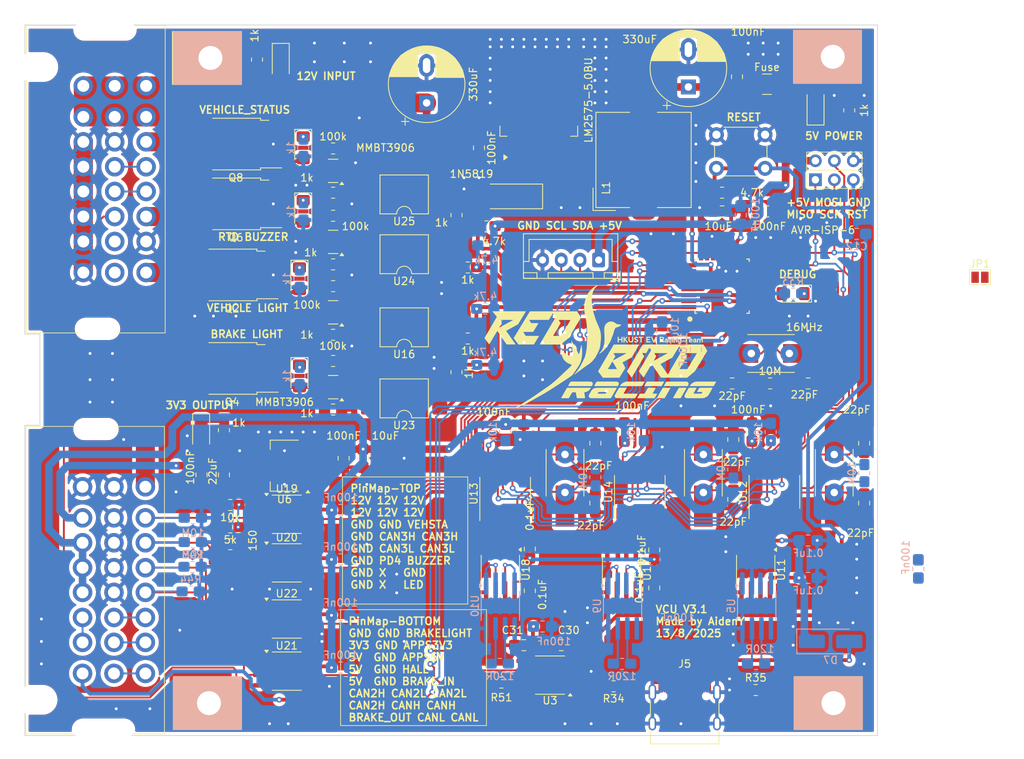
<source format=kicad_pcb>
(kicad_pcb (version 20241229) (generator "pcbnew") (generator_version "9.0")
  (layers (0 "F.Cu" signal) (2 "B.Cu" signal) (13 "F.Paste" user) (15 "B.Paste" user) (5 "F.SilkS" user "F.Silkscreen") (7 "B.SilkS" user "B.Silkscreen") (1 "F.Mask" user) (3 "B.Mask" user) (25 "Edge.Cuts" user))
  (net 0 "")
  (net 1 "+3V3")
  (net 2 "+5V")
  (net 3 "APPS_5V")
  (net 4 "BRAKE_5V")
  (net 5 "BRAKE OUT")
  (net 6 "CAN-")
  (net 7 "CAN+")
  (net 8 "+12V")
  (net 9 "Net-(U2-FB)")
  (net 10 "Net-(U12-OSC2)")
  (net 11 "Net-(U12-OSC1)")
  (net 12 "Net-(U14-OSC2)")
  (net 13 "Net-(U14-OSC1)")
  (net 14 "INPUT_APPS_5V")
  (net 15 "Net-(D1-K)")
  (net 16 "INPUT_HallSensor")
  (net 17 "INPUT_BRAKE_IN")
  (net 18 "CAN2+")
  (net 19 "CAN2-")
  (net 20 "CAN3-")
  (net 21 "CAN3+")
  (net 22 "BUZZER_OUT")
  (net 23 "Net-(D3-K)")
  (net 24 "LED_OUTPUT")
  (net 25 "Net-(D8-K)")
  (net 26 "INPUT_APPS_3V3")
  (net 27 "RST")
  (net 28 "XTAL1")
  (net 29 "XTAL2")
  (net 30 "Net-(D2-K)")
  (net 31 "Net-(D4-K)")
  (net 32 "Net-(D4-A)")
  (net 33 "Net-(D5-A)")
  (net 34 "Net-(D5-K)")
  (net 35 "Net-(D6-A)")
  (net 36 "Net-(D6-K)")
  (net 37 "Net-(D9-A)")
  (net 38 "Net-(D9-K)")
  (net 39 "SCK")
  (net 40 "MOSI")
  (net 41 "MISO")
  (net 42 "VehicleStatus OUT")
  (net 43 "Net-(Q1-B)")
  (net 44 "Net-(Q3-B)")
  (net 45 "Net-(Q5-B)")
  (net 46 "Net-(Q7-B)")
  (net 47 "Net-(R10-Pad1)")
  (net 48 "LED")
  (net 49 "Net-(R16-Pad1)")
  (net 50 "BUZZER_SIGNAL")
  (net 51 "Net-(R24-Pad1)")
  (net 52 "Net-(R32-Pad1)")
  (net 53 "VehicleStatus")
  (net 54 "Net-(R40-Pad1)")
  (net 55 "Net-(U19--)")
  (net 57 "CS3")
  (net 58 "CS2")
  (net 59 "CS")
  (net 61 "Net-(U11-VIB)")
  (net 62 "Net-(U11-VOA)")
  (net 63 "Net-(U11-VIA)")
  (net 65 "Net-(U11-VOB)")
  (net 66 "Net-(U17-VOB)")
  (net 68 "Net-(U17-VIA)")
  (net 69 "Net-(U10-RXD)")
  (net 70 "Net-(U10-TXD)")
  (net 73 "Net-(U19-VOS-Pad1)")
  (net 74 "Net-(U20-VOS-Pad1)")
  (net 76 "Net-(U21-VOS-Pad1)")
  (net 78 "Net-(U22-VOS-Pad1)")
  (net 80 "GND")
  (net 81 "HallSensor")
  (net 82 "BRAKE_IN")
  (net 83 "PD4")
  (net 84 "PB0")
  (net 85 "Net-(D10-K)")
  (net 86 "Net-(U13-OSC2)")
  (net 87 "Net-(U13-OSC1)")
  (net 90 "SCL")
  (net 91 "SDA")
  (net 92 "Net-(J5-CC1)")
  (net 93 "Net-(J5-CC2)")
  (net 94 "Net-(U12-~{RESET})")
  (net 95 "Net-(U14-~{RESET})")
  (net 96 "Net-(U13-~{RESET})")
  (net 97 "TXD")
  (net 98 "RXD")
  (net 110 "Net-(U13-TXCAN)")
  (net 111 "Net-(U13-RXCAN)")
  (net 122 "Net-(U14-TXCAN)")
  (net 124 "Net-(U14-RXCAN)")
  (net 130 "DTR")
  (net 131 "Net-(D7-A)")
  (net 132 "D+")
  (net 133 "D-")
  (net 134 "APPS_3V3_GAINED")
  (net 135 "Net-(U3-RXD)")
  (net 136 "Net-(JP1-B)")
  (footprint "RMC_Resistor:R_0805_2012Metric_Pad1.20x1.40mm_HandSolder_L" (layer "F.Cu") (at 127.5 58.085)
    (property "Reference" "R49")
    (property "Value" "100k")
  )
  (footprint "RMC_SO:TSSOP-20_4.4x6.5mm_P0.65mm" (layer "F.Cu") (at 168.5 104 90)
    (property "Reference" "U14")
    (property "Value" "MCP2515-xST")
  )
  (footprint "RMC_SO:TSSOP-20_4.4x6.5mm_P0.65mm" (layer "F.Cu") (at 186.5 104 90)
    (property "Reference" "U12")
    (property "Value" "MCP2515-xST")
  )
  (footprint "Package_DIP:SMDIP-4_W9.53mm" (layer "F.Cu") (at 137 72.23 180)
    (property "Reference" "U24")
    (property "Value" "LTV-817S")
  )
  (footprint "RMC_Resistor:R_0805_2012Metric_Pad1.20x1.40mm_HandSolder_L" (layer "F.Cu") (at 117.33 46.210883 -90)
    (property "Reference" "R31")
    (property "Value" "1k")
  )
  (footprint "LED_SMD:LED_1206_3216Metric_Pad1.42x1.75mm_HandSolder" (layer "F.Cu") (at 123 75.5 -90)
    (property "Reference" "D4")
    (property "Value" "IR204A" (hide yes))
  )
  (footprint "LED_SMD:LED_1206_3216Metric_Pad1.42x1.75mm_HandSolder" (layer "F.Cu") (at 189 77.5 180)
    (property "Reference" "D10" (hide yes))
    (property "Value" "IR204A")
  )
  (footprint "RMC_Capacitor:C_0805_2012Metric_Pad1.18x1.45mm_HandSolder_L" (layer "F.Cu") (at 181 104.999999 90)
    (property "Reference" "C23")
    (property "Value" "22pF")
  )
  (footprint "RMC_Resistor:R_0805_2012Metric_Pad1.20x1.40mm_HandSolder_L" (layer "F.Cu") (at 184 130.5)
    (property "Reference" "R35")
    (property "Value" "5k1")
  )
  (footprint "RMC_Resistor:R_0805_2012Metric_Pad1.20x1.40mm_HandSolder_L" (layer "F.Cu") (at 179.5 64)
    (property "Reference" "R1")
    (property "Value" "4.7k")
  )
  (footprint "RMC_SO:TSSOP-20_4.4x6.5mm_P0.65mm" (layer "F.Cu") (at 150.5 104.25 90)
    (property "Reference" "U13")
    (property "Value" "MCP2515-xST")
  )
  (footprint "to be sorted:PinHeader_2x03_P2.54mm_Vertical" (layer "F.Cu") (at 191.975 62.275 90)
    (property "Reference" "J1")
    (property "Value" "AVR-ISP-6")
  )
  (footprint "RMC_Capacitor:C_0805_2012Metric_Pad1.18x1.45mm_HandSolder_L" (layer "F.Cu") (at 153.797 111.633 -90)
    (property "Reference" "C36")
    (property "Value" "0.1uF")
  )
  (footprint "RMC_Capacitor:C_0805_2012Metric_Pad1.18x1.45mm_HandSolder_L" (layer "F.Cu") (at 153 124.5 180)
    (property "Reference" "C31")
    (property "Value" "100nF")
  )
  (footprint "RMC_Resistor:R_0805_2012Metric_Pad1.20x1.40mm_HandSolder_L" (layer "F.Cu") (at 127.5 67.085)
    (property "Reference" "R26")
    (property "Value" "100k")
  )
  (footprint "MountingHole:MountingHole_3.2mm_M3" (layer "F.Cu") (at 111.1 45.9891 180)
    (property "Reference" "H2" (hide yes))
    (property "Value" "MountingHole" (hide yes))
  )
  (footprint "RMC_Capacitor:C_0805_2012Metric_Pad1.18x1.45mm_HandSolder_L" (layer "F.Cu") (at 151.7844 94.9931 180)
    (property "Reference" "C27")
    (property "Value" "100nF")
  )
  (footprint "RMC_TO:TO-252-2" (layer "F.Cu") (at 114 87.5 180)
    (property "Reference" "Q4")
    (property "Value" "Q_NMOS_GDS")
  )
  (footprint "RMC_Capacitor:C_0805_2012Metric_Pad1.18x1.45mm_HandSolder_L" (layer "F.Cu") (at 153.797 117.221 90)
    (property "Reference" "C37")
    (property "Value" "0.1uF")
  )
  (footprint "RMC_Resistor:R_0805_2012Metric_Pad1.20x1.40mm_HandSolder_L" (layer "F.Cu") (at 144 88 90)
    (property "Reference" "R16")
    (property "Value" "1k")
  )
  (footprint "RMC_Resistor:R_0805_2012Metric_Pad1.20x1.40mm_HandSolder_L" (layer "F.Cu") (at 127.5 83 180)
    (property "Reference" "R14")
    (property "Value" "1k")
  )
  (footprint "RMC_Capacitor:C_0805_2012Metric_Pad1.18x1.45mm_HandSolder_L" (layer "F.Cu") (at 181 96.999999 -90)
    (property "Reference" "C22")
    (property "Value" "22pF")
  )
  (footprint "RMC_TO:TO-252-2" (layer "F.Cu") (at 114 75 180)
    (property "Reference" "Q2")
    (property "Value" "Q_NMOS_GDS")
  )
  (footprint "Package_TO_SOT_SMD:SOT-23" (layer "F.Cu") (at 127.5 90 180)
    (property "Reference" "Q3")
    (property "Value" "MMBT3906")
  )
  (footprint "RMC_Capacitor:C_0805_2012Metric_Pad1.18x1.45mm_HandSolder_L" (layer "F.Cu") (at 183.5 96 -90)
    (property "Reference" "C16")
    (property "Value" "100nF")
  )
  (footprint "RMC_Resistor:R_0805_2012Metric_Pad1.20x1.40mm_HandSolder_L" (layer "F.Cu") (at 144 67 -90)
    (property "Reference" "R32")
    (property "Value" "1k")
  )
  (footprint "RMC_Resistor:R_0805_2012Metric_Pad1.20x1.40mm_HandSolder_L" (layer "F.Cu") (at 165 130 180)
    (property "Reference" "R34")
    (property "Value" "5K1")
  )
  (footprint "Better_Handsolder:CP_Radial_D10.0mm_P5.00mm_F" (layer "F.Cu") (at 175 49.867677 90)
    (property "Reference" "C9")
    (property "Value" "330uF")
  )
  (footprint "RMC_TO:TO-252-2" (layer "F.Cu") (at 114.5 57.5 180)
    (property "Reference" "Q8")
    (property "Value" "Q_NMOS_GDS")
  )
  (footprint "RMC_Capacitor:C_0805_2012Metric_Pad1.18x1.45mm_HandSolder_L" (layer "F.Cu") (at 170.434 111.76 -90)
    (property "Reference" "C34")
    (property "Value" "0.1uF")
  )
  (footprint "LED_SMD:LED_1206_3216Metric_Pad1.42x1.75mm_HandSolder" (layer "F.Cu") (at 109.855 96.012 -90)
    (property "Reference" "D2")
    (property "Value" "IR204A" (hide yes))
  )
  (footprint "RMC_SO:SOIC-8_3.9x4.9mm_P1.27mm_RMC_Handsolder" (layer "F.Cu") (at 121.301732 107)
    (property "Reference" "U19")
    (property "Value" "OP07")
  )
  (footprint "MountingHole:MountingHole_3.2mm_M3" (layer "F.Cu") (at 194.3 45.8367 180)
    (property "Reference" "H4" (hide yes))
    (property "Value" "MountingHole" (hide yes))
  )
  (footprint "RMC_Capacitor:C_0805_2012Metric_Pad1.18x1.45mm_HandSolder_L" (layer "F.Cu") (at 128.905 99.5 -90)
    (property "Reference" "C17")
    (property "Value" "100nF")
  )
  (footprint "Package_TO_SOT_SMD:TO-263-5_TabPin3" (layer "F.Cu") (at 155 51.625 90)
    (property "Reference" "U2")
    (property "Value" "LM2575-5.0BU")
  )
  (footprint "Diode_SMD:D_SMA_Handsoldering" (layer "F.Cu") (at 151 64.5 180)
    (property "Reference" "D1")
    (property "Value" "1N5819")
  )
  (footprint "LED_SMD:LED_1206_3216Metric_Pad1.42x1.75mm_HandSolder" (layer "F.Cu") (at 123.5 66.5 -90)
    (property "Reference" "D6")
    (property "Value" "IR204A" (hide yes))
  )
  (footprint "Package_DIP:SMDIP-4_W9.53mm" (layer "F.Cu") (at 137 64.23 180)
    (property "Reference" "U25")
    (property "Value" "LTV-817S")
  )
  (footprint "RMC_Resistor:R_0805_2012Metric_Pad1.20x1.40mm_HandSolder_L" (layer "F.Cu") (at 145.5 83.5)
    (property "Reference" "R10")
    (property "Value" "1k")
  )
  (footprint "RMC_Capacitor:C_0805_2012Metric_Pad1.18x1.45mm_HandSolder_L" (layer "F.Cu") (at 180.848 89.5)
    (property "Reference" "C10")
    (property "Value" "22pF")
  )
  (footprint "RMC_Capacitor:C_0805_2012Metric_Pad1.18x1.45mm_HandSolder_L" (layer "F.Cu") (at 170.434 116.84 90)
    (property "Reference" "C35")
    (property "Value" "0.1uF")
  )
  (footprint "RMC_Capacitor:C_0805_2012Metric_Pad1.18x1.45mm_HandSolder_L" (layer "F.Cu") (at 198.5 105.500002 90)
    (property "Reference" "C14")
    (property "Value" "22pF")
  )
  (footprint "RMC_Resistor:R_0805_2012Metric_Pad1.20x1.40mm_HandSolder_L" (layer "F.Cu") (at 113.75 105.75)
    (property "Reference" "R42")
    (property "Value" "10k")
  )
  (footprint "RMC_Resistor:R_0805_2012Metric_Pad1.20x1.40mm_HandSolder_L" (layer "F.Cu") (at 127.5 76.5)
    (property "Reference" "R13")
    (property "Value" "100k")
  )
  (footprint "MountingHole:MountingHole_3.2mm_M3" (layer "F.Cu") (at 194.4 132.2475 180)
    (property "Reference" "H1" (hide yes))
    (property "Value" "MountingHole" (hide yes))
  )
  (footprint "LED_SMD:LED_1206_3216Metric_Pad1.42x1.75mm_HandSolder" (layer "F.Cu") (at 123.5 58 -90)
    (property "Reference" "D9")
    (property "Value" "IR204A" (hide yes))
  )
  (footprint "RMC_Inductor:L_TDK_SLF12575" (layer "F.Cu") (at 169 59.625 90)
    (property "Reference" "L1")
    (property "Value" "330uH")
  )
  (footprint "RMC_Connnector:HD241_24pin" (layer "F.Cu") (at 102.5 62.2 -90)
    (property "Reference" "J3" (hide yes))
    (property "Value" "Conn_01x24" (hide yes))
  )
  (footprint "Button_Switch_THT:SW_PUSH_6mm_H5mm" (layer "F.Cu") (at 178.75 56.25)
    (property "Reference" "SW1")
    (property "Value" "SW_Push" (hide yes))
  )
  (footprint "Package_TO_SOT_SMD:SOT-23" (layer "F.Cu") (at 127.5 80 180)
    (property "Reference" "Q1")
    (property "Value" "MMBT3906" (hide yes))
  )
  (footprint "Connector_JST:JST_XH_B4B-XH-A_1x04_P2.50mm_Vertical" (layer "F.Cu") (at 163 73 180)
    (property "Reference" "J4" (hide yes))
    (property "Value" "Conn_01x04_Pin" (hide yes))
  )
  (footprint "RMC_Resistor:R_0805_2012Metric_Pad1.20x1.40mm_HandSolder_L" (layer "F.Cu") (at 113.75 108.75)
    (property "Reference" "R40")
    (property "Value" "5k")
  )
  (footprint "RMC_Resistor:R_0805_2012Metric_Pad1.20x1.40mm_HandSolder_L" (layer "F.Cu") (at 185.928 89.5 180)
    (property "Reference" "R5")
    (property "Value" "10M")
  )
  (footprint "RMC_Resistor:R_0805_2012Metric_Pad1.20x1.40mm_HandSolder_L" (layer "F.Cu") (at 145.5 74)
    (property "Reference" "R24")
    (property "Value" "1k")
  )
  (footprint "RMC_Crystal:Crystal_HC49-U_Vertical_W_SMD" (layer "F.Cu") (at 177 99.006719 -90)
    (property "Reference" "Y4")
    (property "Value" "20MHz" (hide yes))
  )
  (footprint "RMC_Capacitor:C_0805_2012Metric_Pad1.18x1.45mm_HandSolder_L" (layer "F.Cu") (at 198.5 97.500002 -90)
    (property "Reference" "C13")
    (property "Value" "22pF")
  )
  (footprint "RBR_logo:RBR_logo" (layer "F.Cu") (at 163.5 84.5)
    (property "Reference" "G***" (hide yes))
    (property "Value" "LOGO" (hide yes))
  )
  (footprint "MountingHole:MountingHole_3.2mm_M3" (layer "F.Cu") (at 110.9 132.2475 180)
    (property "Reference" "H3" (hide yes))
    (property "Value" "MountingHole" (hide yes))
  )
  (footprint "Package_TO_SOT_SMD:SOT-23" (layer "F.Cu") (at 127.5 61.085 180)
    (property "Reference" "Q7")
    (property "Value" "MMBT3906")
  )
  (footprint "RMC_Capacitor:C_0805_2012Metric_Pad1.18x1.45mm_HandSolder_L" (layer "F.Cu") (at 166.435279 96 -90)
    (property "Reference" "C26")
    (property "Value" "100nF")
  )
  (footprint "RMC_Capacitor:C_0805_2012Metric_Pad1.18x1.45mm_HandSolder_L" (layer "F.Cu") (at 162.56 105.5 90)
    (property "Reference" "C25")
    (property "Value" "22pF")
  )
  (footprint "RMC_Resistor:R_0805_2012Metric_Pad1.20x1.40mm_HandSolder_L" (layer "F.Cu") (at 150 129.5)
    (property "Reference" "R51")
    (property "Value" "499R")
  )
  (footprint "LED_SMD:LED_1206_3216Metric_Pad1.42x1.75mm_HandSolder" (layer "F.Cu") (at 120.5 46.5 -90)
    (property "Reference" "D8")
    (property "Value" "IR204A" (hide yes))
  )
  (footprint "RMC_SO:SOIC-8_3.9x4.9mm_P1.27mm_RMC_Handsolder" (layer "F.Cu") (at 149.86 114.427 -90)
    (property "Reference" "U18")
    (property "Value" "ADuM1201AR")
  )
  (footprint "RMC_Capacitor:C_0805_2012Metric_Pad1.18x1.45mm_HandSolder_L" (layer "F.Cu") (at 191.008 89.5 180)
    (property "Reference" "C11")
    (property "Value" "22pF")
  )
  (footprint "RMC_Resistor:R_0805_2012Metric_Pad1.20x1.40mm_HandSolder_L" (layer "F.Cu") (at 196.5 53 90)
    (property "Reference" "R9")
    (property "Value" "1k")
  )
  (footprint "RMC_QFP:TQFP-32_7x7mm_P0.8mm_L" (layer "F.Cu") (at 179.5 76.5 90)
    (property "Reference" "U1")
    (property "Value" "ATmega328P-A" (hide yes))
  )
  (footprint "RMC_Crystal:Crystal_HC49-U_Vertical_W_SMD" (layer "F.Cu") (at 188.493282 85.5 180)
    (property "Reference" "Y1")
    (property "Value" "16MHz")
  )
  (footprint "RMC_Resistor:R_0805_2012Metric_Pad1.20x1.40mm_HandSolder_L" (layer "F.Cu") (at 112.903 95.758 -90)
    (property "Reference" "R6")
    (property "Value" "1k")
  )
  (footprint "RMC_Resistor:R_0805_2012Metric_Pad1.20x1.40mm_HandSolder_L" (layer "F.Cu") (at 127.5 93 180)
    (property "Reference" "R21")
    (property "Value" "1k")
  )
  (footprint "LED_SMD:LED_1206_3216Metric_Pad1.42x1.75mm_HandSolder" (layer "F.Cu") (at 123 88.5 -90)
    (property "Reference" "D5")
    (property "Value" "IR204A" (hide yes))
  )
  (footprint "RMC_Crystal:Crystal_HC49-U_Vertical_W_SMD" (layer "F.Cu") (at 194.5 99.00672 -90)
    (property "Reference" "Y2")
    (property "Value" "20MHz" (hide yes))
  )
  (footprint "Package_DIP:SMDIP-4_W9.53mm" (layer "F.Cu") (at 137 82 180)
    (property "Reference" "U16")
    (property "Value" "LTV-817S")
  )
  (footprint "RMC_Capacitor:C_0805_2012Metric_Pad1.18x1.45mm_HandSolder_L" (layer "F.Cu") (at 185.5 66.5)
    (property "Reference" "C2")
    (property "Value" "100nF")
  )
  (footprint "Better_Handsolder:CP_Radial_D10.0mm_P5.00mm_F" (layer "F.Cu") (at 140 52 90)
    (property "Reference" "C5")
    (property "Value" "330uF")
  )
  (footprint "RMC_Capacitor:C_0805_2012Metric_Pad1.18x1.45mm_HandSolder_L" (layer "F.Cu") (at 112.903 101.727 -90)
    (property "Reference" "C20")
    (property "Value" "22uF")
  )
  (footprint "RMC_Resistor:R_0805_2012Metric_Pad1.20x1.40mm_HandSolder_L" (layer "F.Cu") (at 127.5 64 180)
    (property "Reference" "R50")
    (property "Value" "1k")
  )
  (footprint "RMC_Capacitor:C_0805_2012Metric_Pad1.18x1.45mm_HandSolder_L" (layer "F.Cu") (at 109.903 101.727 -90)
    (property "Reference" "C21")
    (property "Value" "100nF")
  )
  (footprint "RMC_SO:SOIC-8_3.9x4.9mm_P1.27mm_RMC_Handsolder" (layer "F.Cu") (at 156.5 128.5 180)
    (property "Reference" "U3")
    (property "Value" "CH340N")
  )
  (footprint "RMC_Resistor:R_0805_2012Metric_Pad1.20x1.40mm_HandSolder_L" (layer "F.Cu") (at 127.5 73.585 180)
    (property "Reference" "R27")
    (property "Value" "1k")
  )
  (footprint "Better_Handsolder:C_0805_2012Metric_Pad1.18x1.45mm_HandSolder_L" (layer "F.Cu") (at 181.5 48.5 90)
    (property "Reference" "C8")
    (property "Value" "100nF")
  )
  (footprint "RMC_Capacitor:C_0805_2012Metric_Pad1.18x1.45mm_HandSolder_L" (layer "F.Cu") (at 158 124.5 180)
    (property "Reference" "C30")
    (property "Value" "100nF")
  )
  (footprint "RMC_Capacitor:C_0805_2012Metric_Pad1.18x1.45mm_HandSolder_L" (layer "F.Cu") (at 179.5 66.5 180)
    (property "Reference" "C3")
    (property "Value" "10uF")
  )
  (footprint "Fuse:Fuse_1210_3225Metric_Pad1.42x2.65mm_HandSolder" (layer "F.Cu") (at 185.5 49.5 180)
    (property "Reference" "F1")
    (property "Value" "Fuse")
  )
  (footprint "RMC_Connnector:USB_C_Receptacle_G-Switch_GT-USB-7010ASV_Handsolder" (layer "F.Cu") (at 174.5 133.91)
    (property "Reference" "J5")
    (property "Value" "USB_C_Receptacle_USB2.0_14P")
  )
  (footprint "LED_SMD:LED_1206_3216Metric_Pad1.42x1.75mm_HandSolder" (layer "F.Cu") (at 192 52.5 90)
    (property "Reference" "D3" (hide yes))
    (property "Value" "IR204A" (hide yes))
  )
  (footprint "RMC_SO:SOIC-8_3.9x4.9mm_P1.27mm_RMC_Handsolder" (layer "F.Cu") (at 121.301732 113.5)
    (property "Reference" "U20")
    (property "Value" "OP07")
  )
  (footprint "Package_DIP:SMDIP-4_W9.53mm" (layer "F.Cu") (at 137 91.5 180)
    (property "Reference" "U23")
    (property "Value" "LTV-817S")
  )
  (footprint "RMC_Crystal:Crystal_HC49-U_Vertical_W_SMD" (layer "F.Cu") (at 158.5 99 -90)
    (property "Reference" "Y3")
    (property "Value" "20MHz" (hide yes))
  )
  (footprint "Package_TO_SOT_SMD:SOT-23" (layer "F.Cu") (at 127.5 70.585 180)
    (property "Reference" "Q5")
    (property "Value" "MMBT3906" (hide yes))
  )
  (footprint "RMC_SO:SOIC-8_3.9x4.9mm_P1.27mm_RMC_Handsolder" (layer "F.Cu") (at 184 114.427 -90)
    (property "Reference" "U11")
    (property "Value" "ADuM1201AR")
  )
  (footprint "RMC_Connnector:HD241_24pin" (layer "F.Cu") (at 102.4 115.8 -90)
    (property "Reference" "J2" (hide yes))
    (property "Value" "Conn_01x24" (hide yes))
  )
  (footprint "RMC_SO:SOIC-8_3.9x4.9mm_P1.27mm_RMC_Handsolder" (layer "F.Cu") (at 121.301732 127.9675)
    (property "Reference" "U21")
    (property "Value" "OP07")
  )
  (footprint "RMC_TO:TO-252-2" (layer "F.Cu") (at 114.5 65.5 180)
    (property "Reference" "Q6")
    (property "Value" "Q_NMOS_GDS")
  )
  (footprint "RMC_Resistor:R_0805_2012Metric_Pad1.20x1.40mm_HandSolder_L" (layer "F.Cu") (at 127.5 86.5)
    (property "Reference" "R20")
    (property "Value" "100k")
  )
  (footprint "RMC_Capacitor:C_0805_2012Metric_Pad1.18x1.45mm_HandSolder_L" (layer "F.Cu") (at 162.56 97.5 -90)
    (property "Reference" "C24")
    (property "Value" "22pF")
  )
  (footprint "RMC_SO:SOIC-8_3.9x4.9mm_P1.27mm_RMC_Handsolder" (layer "F.Cu") (at 166.064721 114.427 -90)
    (property "Reference" "U17")
    (property "Value" "ADuM1201AR")
  )
  (footprint "Jumper:SolderJumper-2_P1.3mm_Open_Pad1.0x1.5mm" (layer "F.Cu") (at 213.98 75.311)
    (property "Reference" "JP1")
    (property "Value" "Jumper_2_Open")
  )
  (footprint "Better_Handsolder:C_0805_2012Metric_Pad1.18x1.45mm_HandSolder_L" (layer "F.Cu") (at 147 58 90)
    (property "Reference" "C1")
    (property "Value" "100nF")
  )
  (footprint "RMC_SO:SOIC-8_3.9x4.9mm_P1.27mm_RMC_Handsolder" (layer "F.Cu") (at 121.301732 121)
    (property "Reference" "U22")
    (property "Value" "OP07")
  )
  (footprint "RMC_SOT:SOT-223-3_TabPin2_Handsolder" (layer "F.Cu") (at 121 100.5 180)
    (property "Reference" "U6")
    (property "Value" "AMS1117-3.3")
  )
  (footprint "RMC_Resistor:R_0805_2012Metric_Pad1.20x1.40mm_HandSolder_L" (layer "F.Cu") (at 113.75 111 180)
    (property "Reference" "R41")
    (property "Value" "150")
  )
  (footprint "RMC_Resistor:R_0805_2012Metric_Pad1.20x1.40mm_HandSolder_L" (layer "F.Cu") (at 148 68.5)
    (property "Reference" "R47")
    (property "Value" "4.7k")
  )
  (footprint "RMC_Capacitor:C_0805_2012Metric_Pad1.18x1.45mm_HandSolder_L" (layer "F.Cu") (at 131.5 99.5 -90)
    (property "Reference" "C18")
    (property "Value" "10uF")
  )
  (footprint "RMC_Capacitor:C_0805_2012Metric_Pad1.18x1.45mm_HandSolder_L" (layer "B.Cu") (at 171.5 82.5 -90)
    (property "Reference" "C4")
    (property "Value" "10uF")
  )
  (footprint "RMC_Capacitor:C_0805_2012Metric_Pad1.18x1.45mm_HandSolder_L" (layer "B.Cu") (at 191 115.5 180)
    (property "Reference" "C32")
    (property "Value" "0.1uF")
  )
  (footprint "RMC_Capacitor:C_0805_2012Metric_Pad1.18x1.45mm_HandSolder_L" (layer "B.Cu") (at 128.5 127.5)
    (property "Reference" "C40")
    (property "Value" "100nF")
  )
  (footprint "RMC_Resistor:R_0805_2012Metric_Pad1.20x1.40mm_HandSolder_L" (layer "B.Cu") (at 108.75 107.5 180)
    (property "Reference" "R46")
    (property "Value" "10M")
  )
  (footprint "RMC_Resistor:R_0805_2012Metric_Pad1.20x1.40mm_HandSolder_L" (layer "B.Cu") (at 198.5 101.500002 90)
    (property "Reference" "R8")
    (property "Value" "10M")
  )
  (footprint "RMC_Resistor:R_0805_2012Metric_Pad1.20x1.40mm_HandSolder_L" (layer "B.Cu") (at 123 75.5 90)
    (property "Reference" "R12")
    (property "Value" "1k")
  )
  (footprint "RMC_Resistor:R_0805_2012Metric_Pad1.20x1.40mm_HandSolder_L" (layer "B.Cu") (at 162.56 102.037682 90)
    (property "Reference" "R19")
    (property "Value" "10M")
  )
  (footprint "RMC_Resistor:R_0805_2012Metric_Pad1.20x1.40mm_HandSolder_L" (layer "B.Cu") (at 123 88.5 90)
    (property "Reference" "R17")
    (property "Value" "1k")
  )
  (footprint "RMC_Resistor:R_0805_2012Metric_Pad1.20x1.40mm_HandSolder_L" (layer "B.Cu") (at 123.5 58 90)
    (property "Reference" "R48")
    (property "Value" "1k")
  )
  (footprint "RMC_Capacitor:C_0805_2012Metric_Pad1.18x1.45mm_HandSolder_L" (layer "B.Cu") (at 128.524 106.426)
    (property "Reference" "C38")
    (property "Value" "100nF")
  )
  (footprint "RMC_Capacitor:C_0805_2012Metric_Pad1.18x1.45mm_HandSolder_L" (layer "B.Cu") (at 128.5 120.5)
    (property "Reference" "C41")
    (property "Value" "100nF")
  )
  (footprint "RMC_Resistor:R_0805_2012Metric_Pad1.20x1.40mm_HandSolder_L" (layer "B.Cu") (at 148 71)
    (property "Reference" "R39")
    (property "Value" "4.7k")
  )
  (footprint "RMC_Resistor:R_0805_2012Metric_Pad1.20x1.40mm_HandSolder_L" (layer "B.Cu") (at 166.11898 127 180)
    (property "Reference" "R28")
    (property "Value" "120R")
  )
  (footprint "RMC_Capacitor:C_0805_2012Metric_Pad1.18x1.45mm_HandSolder_L" (layer "B.Cu") (at 155.5 122 180)
    (property "Reference" "C29")
    (property "Value" "100nF")
  )
  (footprint "RMC_Resistor:R_0805_2012Metric_Pad1.20x1.40mm_HandSolder_L" (layer "B.Cu") (at 147.8475 87)
    (property "Reference" "R38")
    (property "Value" "4.7k")
  )
  (footprint "RMC_Capacitor:C_0805_2012Metric_Pad1.18x1.45mm_HandSolder_L" (layer "B.Cu") (at 191 110.5 180)
    (property "Reference" "C33")
    (property "Value" "0.1uF")
  )
  (footprint "RMC_Resistor:R_0805_2012Metric_Pad1.20x1.40mm_HandSolder_L" (layer "B.Cu") (at 189 77.5 180)
    (property "Reference" "R33")
    (property "Value" "500R")
  )
  (footprint "RMC_Resistor:R_0805_2012Metric_Pad1.20x1.40mm_HandSolder_L" (layer "B.Cu") (at 147.8475 79.5)
    (property "Reference" "R37")
    (property "Value" "4.7k")
  )
  (footprint "RMC_SO:SOIC-8_3.9x4.9mm_P1.27mm_RMC_Handsolder" (layer "B.Cu") (at 166.194721 119.253 -90)
    (property "Reference" "U9")
    (property "Value" "TJA1051T")
  )
  (footprint "RMC_Capacitor:C_0805_2012Metric_Pad1.18x1.45mm_HandSolder_L" (layer "B.Cu") (at 176 85 90)
    (property "Reference" "C6")
    (property "Value" "100nF")
  )
  (footprint "RMC_Resistor:R_0805_2012Metric_Pad1.20x1.40mm_HandSolder_L" (layer "B.Cu") (at 108.75 110.75 180)
    (property "Reference" "R43")
    (property "Value" "10M")
  )
  (footprint "RMC_Capacitor:C_0805_2012Metric_Pad1.18x1.45mm_HandSolder_L" (layer "B.Cu") (at 128.5 113.03)
    (property "Reference" "C39")
    (property "Value" "100nF")
  )
  (footprint "RMC_SO:SOIC-8_3.9x4.9mm_P1.27mm_RMC_Handsolder" (layer "B.Cu") (at 149.86 119.253 -90)
    (property "Reference" "U10")
    (property "Value" "TJA1051T")
  )
  (footprint "RMC_Resistor:R_0805_2012Metric_Pad1.20x1.40mm_HandSolder_L" (layer "B.Cu") (at 186 96 90)
    (property "Reference" "R11")
    (property "Value" "10k")
  )
  (footprint "RMC_Resistor:R_0805_2012Metric_Pad1.20x1.40mm_HandSolder_L" (layer "B.Cu") (at 149.784259 127 180)
    (property "Reference" "R29")
    (property "Value" "120R")
  )
  (footprint "RMC_Capacitor:C_0805_2012Metric_Pad1.18x1.45mm_HandSolder_L" (layer "B.Cu") (at 197.5 69.5)
    (property "Reference" "C12")
    (property "Value" "100nF")
  )
  (footprint "RMC_Resistor:R_0805_2012Metric_Pad1.20x1.40mm_HandSolder_L" (layer "B.Cu") (at 108.712 114.046 180)
    (property "Reference" "R45")
    (property "Value" "10M")
  )
  (footprint "RMC_Capacitor:C_0805_2012Metric_Pad1.18x1.45mm_HandSolder_L" (layer "B.Cu") (at 182 67 -90)
    (property "Reference" "C7")
    (property "Value" "100nF")
  )
  (footprint "RMC_Resistor:R_0805_2012Metric_Pad1.20x1.40mm_HandSolder_L" (layer "B.Cu") (at 108.458 117.348 180)
    (property "Reference" "R44")
    (property "Value" "10M")
  )
  (footprint "RMC_Resistor:R_0805_2012Metric_Pad1.20x1.40mm_HandSolder_L" (layer "B.Cu") (at 181 101.000001 90)
    (property "Reference" "R18")
    (property "Value" "10M")
  )
  (footprint "RMC_Capacitor:C_0805_2012Metric_Pad1.18x1.45mm_HandSolder_L" (layer "B.Cu") (at 205.74 114.3 90)
    (property "Reference" "C19")
    (property "Value" "100nF")
  )
  (footprint "RMC_SO:SOIC-8_3.9x4.9mm_P1.27mm_RMC_Handsolder" (layer "B.Cu") (at 184.13 119.253 -90)
    (property "Reference" "U5")
    (property "Value" "TJA1051T")
  )
  (footprint "Diode_SMD:D_SMA_Handsoldering" (layer "B.Cu") (at 194 124)
    (property "Reference" "D7")
    (property "Value" "D")
  )
  (footprint "RMC_Resistor:R_0805_2012Metric_Pad1.20x1.40mm_HandSolder_L" (layer "B.Cu") (at 184.054259 127 180)
    (property "Reference" "R15")
    (property "Value" "120R")
  )
  (footprint "RMC_Resistor:R_0805_2012Metric_Pad1.20x1.40mm_HandSolder_L" (layer "B.Cu") (at 150.5 96 90)
    (property "Reference" "R23")
    (property "Value" "10k")
  )
  (footprint "RMC_Resistor:R_0805_2012Metric_Pad1.20x1.40mm_HandSolder_L" (layer "B.Cu") (at 169 96 90)
    (property "Reference" "R22")
    (property "Value" "10k")
  )
  (footprint "RMC_Capacitor:C_0805_2012Metric_Pad1.18x1.45mm_HandSolder_L" (layer "B.Cu") (at 173.5 122.5)
    (property "Reference" "C28")
    (property "Value" "100nF")
  )
  (footprint "RMC_Resistor:R_0805_2012Metric_Pad1.20x1.40mm_HandSolder_L" (layer "B.Cu") (at 123.5 66.5 90)
    (property "Reference" "R25")
    (property "Value" "1k")
  )
  (gr_rect (start 106.1308 128.7042) (end 115.2494 135.7908) (stroke (width 0.1)) (fill yes) (layer "F.SilkS"))
  (gr_rect (start 189.0364 42.2934) (end 198.155 49.38) (stroke (width 0.1)) (fill yes) (layer "F.SilkS"))
  (gr_rect (start 106.0038 42.4458) (end 115.2494 49.5324) (stroke (width 0.1)) (fill yes) (layer "F.SilkS"))
  (gr_rect (start 189.138 128.7042) (end 198.2566 135.7908) (stroke (width 0.1)) (fill yes) (layer "F.SilkS"))
  (gr_rect (start 106.1308 42.4458) (end 115.2494 49.5324) (stroke (width 0.1)) (fill yes) (layer "B.SilkS"))
  (gr_rect (start 106.1308 128.7042) (end 115.2494 135.7908) (stroke (width 0.1)) (fill yes) (layer "B.SilkS"))
  (gr_rect (start 189.138 128.7042) (end 198.2566 135.7908) (stroke (width 0.1)) (fill yes) (layer "B.SilkS"))
  (gr_rect (start 189.0364 42.2934) (end 198.155 49.38) (stroke (width 0.1)) (fill yes) (layer "B.SilkS"))
  (gr_line (start 86.2934 95.1) (end 88.3 95.1) (stroke (width 0.1)) (layer "Edge.Cuts"))
  (gr_line (start 86.2934 41.5822) (end 200.2886 41.5822) (stroke (width 0.1)) (layer "Edge.Cuts"))
  (gr_line (start 88.3 95.1) (end 88.3 82.908) (stroke (width 0.1)) (layer "Edge.Cuts"))
  (gr_line (start 86.2934 136.5782) (end 86.2934 95.1) (stroke (width 0.1)) (layer "Edge.Cuts"))
  (gr_line (start 200.2886 136.5782) (end 86.2934 136.5782) (stroke (width 0.1)) (layer "Edge.Cuts"))
  (gr_line (start 200.2886 41.5822) (end 200.2886 136.5782) (stroke (width 0.1)) (layer "Edge.Cuts"))
  (gr_line (start 86.2934 82.908) (end 86.2934 41.5822) (stroke (width 0.1)) (layer "Edge.Cuts"))
  (gr_line (start 88.3 82.908) (end 86.2934 82.908) (stroke (width 0.1)) (layer "Edge.Cuts"))
  (gr_text "RESET" (at 180 54.5 0) (layer "F.SilkS") (effects (font (size 1 1) (thickness 0.2) (bold yes)) (justify left bottom)))
  (gr_text "VEHICLE LIGHT" (at 110.5 80 0) (layer "F.SilkS") (effects (font (size 1 1) (thickness 0.2) (bold yes)) (justify left bottom)))
  (gr_text "3V3 OUTPUT" (at 105 93 0) (layer "F.SilkS") (effects (font (size 1 1) (thickness 0.2) (bold yes)) (justify left bottom)))
  (gr_text "12V INPUT" (at 122.5 49 0) (layer "F.SilkS") (effects (font (size 1 1) (thickness 0.2) (bold yes)) (justify left bottom)))
  (gr_text "GND SCL SDA +5V\n" (at 152 69 0) (layer "F.SilkS") (effects (font (size 1 1) (thickness 0.2) (bold yes)) (justify left bottom)))
  (gr_text "5V POWER" (at 190.5 57 0) (layer "F.SilkS") (effects (font (size 1 1) (thickness 0.2) (bold yes)) (justify left bottom)))
  (gr_text "BRAKE LIGHT" (at 111 83.5 0) (layer "F.SilkS") (effects (font (size 1 1) (thickness 0.2) (bold yes)) (justify left bottom)))
  (gr_text "VEHICLE_STATUS" (at 109.5 53.5 0) (layer "F.SilkS") (effects (font (size 1 1) (thickness 0.2) (bold yes)) (justify left bottom)))
  (gr_text "VCU V3.1 \nMade by AidenY\n13/8/2025" (at 170.5 123.5 0) (layer "F.SilkS") (effects (font (size 1 1) (thickness 0.2) (bold yes)) (justify left bottom)))
  (gr_text "+5V MOSI GND\nMISO SCK RST" (at 188 67.5 0) (layer "F.SilkS") (effects (font (size 1 1) (thickness 0.2) (bold yes)) (justify left bottom)))
  (gr_text "RTD BUZZER" (at 112 70.5 0) (layer "F.SilkS") (effects (font (size 1 1) (thickness 0.2) (bold yes)) (justify left bottom)))
  (gr_text "DEBUG" (at 187 75.5 0) (layer "F.SilkS") (effects (font (size 1 1) (thickness 0.2) (bold yes)) (justify left bottom)))
  (gr_text_box "PinMap-TOP\n12V 12V 12V\n12V 12V 12V\nGND GND VEHSTA\nGND CAN3H CAN3H\nGND CAN3L CAN3L\nGND PD4 BUZZER\nGND X   GND\nGND X   LED" (start 128.75 102) (end 145.5 119) (margins 1.0025 1.0025 1.0025 1.0025) (layer "F.SilkS") (effects (font (size 1 1) (thickness 0.2) (bold yes)) (justify left top)) (border yes) (stroke (width 0.1)))
  (gr_text_box "PinMap-BOTTOM\nGND GND BRAKELIGHT\n3V3 GND APPS3V3\n5V  GND APPS5V\n5V  GND HALL\n5V  GND BRAKE_IN\nCAN2H CAN2L CAN2L\nCAN2H CANH CANH\nBRAKE_OUT CANL CANL" (start 128.5 119.75) (end 148 135.25) (margins 1.0025 1.0025 1.0025 1.0025) (layer "F.SilkS") (effects (font (size 1 1) (thickness 0.2) (bold yes)) (justify left top)) (border yes) (stroke (width 0.1)))
  (segment (start 109.9099 97.5544) (end 109.855 97.4995) (width 1.016) (layer "F.Cu") (net 1))
  (segment (start 106.5 100.5) (end 109.8985 100.5) (width 1.016) (layer "F.Cu") (net 1))
  (segment (start 109.8985 100.5) (end 109.9099 100.5114) (width 1.016) (layer "F.Cu") (net 1))
  (segment (start 109.9099 100.5114) (end 112.9099 100.5114) (width 1.016) (layer "F.Cu") (net 1))
  (segment (start 112.9099 100.5114) (end 117.1636 100.5114) (width 1.016) (layer "F.Cu") (net 1))
  (segment (start 117.5656 100.7844) (end 117.85 100.5) (width 1.016) (layer "F.Cu") (net 1))
  (segment (start 109.9099 100.5114) (end 109.9099 97.5544) (width 1.016) (layer "F.Cu") (net 1))
  (segment (start 117.1636 100.5114) (end 117.175 100.5) (width 1.016) (layer "F.Cu") (net 1))
  (via (at 106.5 100.5) (size 0.762) (drill 0.381) (layers "F.Cu" "B.Cu") (net 1))
  (segment (start 91 106.5) (end 91.975 107.475) (width 1.016) (layer "B.Cu") (net 1))
  (segment (start 91 101.5) (end 91 106.5) (width 1.016) (layer "B.Cu") (net 1))
  (segment (start 92 100.5) (end 91 101.5) (width 1.016) (layer "B.Cu") (net 1))
  (segment (start 106.5 100.5) (end 92 100.5) (width 1.016) (layer "B.Cu") (net 1))
  (segment (start 91.975 107.475) (end 94 107.475) (width 1.016) (layer "B.Cu") (net 1))
  (segment (start 153.797 116.0054) (end 153.797 112.8486) (width 0.508) (layer "F.Cu") (net 2))
  (segment (start 127.3084 106.4329) (end 127.2405 106.365) (width 0.508) (layer "F.Cu") (net 2))
  (segment (start 181.5 70.5) (end 182 70) (width 0.508) (layer "F.Cu") (net 2))
  (segment (start 154.2156 124.5069) (end 156.7775 124.5069) (width 0.508) (layer "F.Cu") (net 2))
  (segment (start 151.765 111.427) (end 151.765 112.395) (width 0.254) (layer "F.Cu") (net 2))
  (segment (start 151.765 112.395) (end 152.2186 112.8486) (width 0.254) (layer "F.Cu") (net 2))
  (segment (start 140.4756 98.2844) (end 142.9656 98.2844) (width 1.016) (layer "F.Cu") (net 2))
  (segment (start 152.0916 116.0054) (end 153.797 116.0054) (width 0.254) (layer "F.Cu") (net 2))
  (segment (start 180.7 80.95) (end 180.7 82.3) (width 0.508) (layer "F.Cu") (net 2))
  (segment (start 186.9875 52.9875) (end 186.9875 49.5) (width 1.016) (layer "F.Cu") (net 2))
  (segment (start 191.9875 51) (end 192 51.0125) (width 1.016) (layer "F.Cu") (net 2))
  (segment (start 187.475 110.525) (end 187.5 110.5) (width 0.508) (layer "F.Cu") (net 2))
  (segment (start 123.776732 127.3325) (end 127.11 127.3325) (width 0.508) (layer "F.Cu") (net 2))
  (segment (start 188.082 59.735) (end 188 59.817) (width 1.016) (layer "F.Cu") (net 2))
  (segment (start 172.2344 83) (end 171.45 83.7844) (width 0.508) (layer "F.Cu") (net 2))
  (segment (start 127.2405 106.365) (end 123.776732 106.365) (width 0.508) (layer "F.Cu") (net 2))
  (segment (start 186.9875 49.5) (end 188.4875 51) (width 1.016) (layer "F.Cu") (net 2))
  (segment (start 166.435279 97.435279) (end 166.5 97.5) (width 1.016) (layer "F.Cu") (net 2))
  (segment (start 156.7775 124.5069) (end 156.7844 124.5) (width 0.508) (layer "F.Cu") (net 2))
  (segment (start 140.4756 98.2844) (end 131.5069 98.2844) (width 1.016) (layer "F.Cu") (net 2))
  (segment (start 188 63) (end 187.75 63.25) (width 1.016) (layer "F.Cu") (net 2))
  (segment (start 188 54) (end 186.9875 52.9875) (width 1.016) (layer "F.Cu") (net 2))
  (segment (start 183.575 97.2906) (end 183.5 97.2156) (width 0.254) (layer "F.Cu") (net 2))
  (segment (start 131.5069 98.2844) (end 128.0069 98.2844) (width 1.016) (layer "F.Cu") (net 2))
  (segment (start 140.4756 98.2844) (end 140.4756 98.2744) (width 1.016) (layer "F.Cu") (net 2))
  (segment (start 166.435279 97.2156) (end 166.435279 97.435279) (width 1.016) (layer "F.Cu") (net 2))
  (segment (start 156.7844 129.2156) (end 155.595 130.405) (width 0.508) (layer "F.Cu") (net 2))
  (segment (start 127.1425 120.365) (end 127.2844 120.5069) (width 0.508) (layer "F.Cu") (net 2))
  (segment (start 189.7594 115.475) (end 189.7844 115.5) (width 0.508) (layer "F.Cu") (net 2))
  (segment (start 156.7844 124.5) (end 156.7844 129.2156) (width 0.508) (layer "F.Cu") (net 2))
  (segment (start 188 63) (end 187.0325 63.9675) (width 1.016) (layer "F.Cu") (net 2))
  (segment (start 185.905 110.525) (end 187.475 110.525) (width 0.508) (layer "F.Cu") (net 2))
  (segment (start 187.0325 63.9675) (end 180.6525 63.9675) (width 1.016) (layer "F.Cu") (net 2))
  (segment (start 168.3476 115.6244) (end 170.434 115.6244) (width 0.254) (layer "F.Cu") (net 2))
  (segment (start 170.434 115.6244) (end 170.434 113.2296) (width 0.508) (layer "F.Cu") (net 2))
  (segment (start 147.575 96.575) (end 149.1569 94.9931) (width 0.254) (layer "F.Cu") (net 2))
  (segment (start 147.575 96.575) (end 147.575 101.3875) (width 0.254) (layer "F.Cu") (net 2))
  (segment (start 179.5 83.5) (end 180.7 82.3) (width 0.508) (layer "F.Cu") (net 2))
  (segment (start 183.575 101.1375) (end 183.575 97.2906) (width 0.254) (layer "F.Cu") (net 2))
  (segment (start 153.875 124.8475) (end 154.2156 124.5069) (width 0.508) (layer "F.Cu") (net 2))
  (segment (start 179.1 82.335) (end 178.435 83) (width 0.508) (layer "F.Cu") (net 2))
  (segment (start 181.5 72.05) (end 181.5 70.5) (width 0.508) (layer "F.Cu") (net 2))
  (segment (start 167.969721 117.427) (end 167.969721 116.002279) (width 0.254) (layer "F.Cu") (net 2))
  (segment (start 188 59.817) (end 188 61) (width 1.016) (layer "F.Cu") (net 2))
  (segment (start 123.776732 120.365) (end 127.1425 120.365) (width 0.508) (layer "F.Cu") (net 2))
  (segment (start 170.18 112.9756) (end 170.434 113.2296) (width 0.254) (layer "F.Cu") (net 2))
  (segment (start 188.4875 51) (end 191.9875 51) (width 1.016) (layer "F.Cu") (net 2))
  (segment (start 185.905 115.475) (end 189.7594 115.475) (width 0.508) (layer "F.Cu") (net 2))
  (segment (start 152.2186 112.8486) (end 153.797 112.8486) (width 0.254) (layer "F.Cu") (net 2))
  (segment (start 165.575 98.425) (end 166.5 97.5) (width 0.254) (layer "F.Cu") (net 2))
  (segment (start 127.2844 113.0369) (end 127.1125 112.865) (width 0.508) (layer "F.Cu") (net 2))
  (segment (start 178.435 83) (end 172.2344 83) (width 0.508) (layer "F.Cu") (net 2))
  (segment (start 155.595 130.405) (end 153.875 130.405) (width 0.508) (layer "F.Cu") (net 2))
  (segment (start 151.765 117.427) (end 151.765 116.332) (width 0.254) (layer "F.Cu") (net 2))
  (segment (start 167.969721 111.427) (end 167.969721 113.051321) (width 0.254) (layer "F.Cu") (net 2))
  (segment (start 188 61) (end 188 63) (width 1.016) (layer "F.Cu") (net 2))
  (segment (start 179.1 80.95) (end 179.1 82.335) (width 0.508) (layer "F.Cu") (net 2))
  (segment (start 191.975 59.735) (end 188.082 59.735) (width 1.016) (layer "F.Cu") (net 2))
  (segment (start 188 54) (end 188 61) (width 1.016) (layer "F.Cu") (net 2))
  (segment (start 165.575 101.6375) (end 165.575 98.425) (width 0.254) (layer "F.Cu") (net 2))
  (segment (start 127.11 127.3325) (end 127.2844 127.5069) (width 0.508) (layer "F.Cu") (net 2))
  (segment (start 151.765 116.332) (end 152.0916 116.0054) (width 0.254) (layer "F.Cu") (net 2))
  (segment (start 154.2156 124.5069) (end 154.2156 122.0688) (width 0.508) (layer "F.Cu") (net 2))
  (segment (start 153.875 126.595) (end 153.875 124.8475) (width 0.508) (layer "F.Cu") (net 2))
  (segment (start 127.1125 112.865) (end 123.776732 112.865) (width 0.508) (layer "F.Cu") (net 2))
  (segment (start 128.0069 98.2844) (end 124.2344 98.2844) (width 1.016) (layer "F.Cu") (net 2))
  (segment (start 154.2156 122.0688) (end 154.2844 122) (width 0.508) (layer "F.Cu") (net 2))
  (segment (start 167.969721 113.051321) (end 168.045442 112.9756) (width 0.254) (layer "F.Cu") (net 2))
  (segment (start 167.969721 116.002279) (end 168.3476 115.6244) (width 0.254) (layer "F.Cu") (net 2))
  (segment (start 168.045442 112.9756) (end 170.18 112.9756) (width 0.254) (layer "F.Cu") (net 2))
  (segment (start 149.1569 94.9931) (end 150.5688 94.9931) (width 0.254) (layer "F.Cu") (net 2))
  (via (at 127.2844 120.5069) (size 0.762) (drill 0.381) (layers "F.Cu" "B.Cu") (net 2))
  (via (at 182 70) (size 0.762) (drill 0.381) (layers "F.Cu" "B.Cu") (net 2))
  (via (at 171.45 83.7844) (size 0.762) (drill 0.381) (layers "F.Cu" "B.Cu") (net 2))
  (via (at 179.5 83.5) (size 0.762) (drill 0.381) (layers "F.Cu" "B.Cu") (net 2))
  (via (at 154.2844 122) (size 0.762) (drill 0.381) (layers "F.Cu" "B.Cu") (net 2))
  (via (at 149.1525 68.4675) (size 0.762) (drill 0.381) (layers "F.Cu" "B.Cu") (net 2))
  (via (at 183.5 97.2156) (size 0.762) (drill 0.381) (layers "F.Cu" "B.Cu") (net 2))
  (via (at 166.5 97.5) (size 0.762) (drill 0.381) (layers "F.Cu" "B.Cu") (net 2))
  (via (at 143 98.25) (size 0.6) (drill 0.3) (layers "F.Cu" "B.Cu") (net 2))
  (via (at 150.5688 94.9931) (size 0.6) (drill 0.3) (layers "F.Cu" "B.Cu") (net 2))
  (via (at 170.434 113.03) (size 0.6) (drill 0.3) (layers "F.Cu" "B.Cu") (net 2))
  (via (at 127.2844 113.0369) (size 0.762) (drill 0.381) (layers "F.Cu" "B.Cu") (net 2))
  (via (at 127.3084 106.4329) (size 0.762) (drill 0.381) (layers "F.Cu" "B.Cu") (net 2))
  (via (at 150.5688 94.9931) (size 0.762) (drill 0.381) (layers "F.Cu" "B.Cu") (net 2))
  (via (at 189.7844 115.5) (size 0.762) (drill 0.381) (layers "F.Cu" "B.Cu") (net 2))
  (via (at 188 63) (size 0.762) (drill 0.381) (layers "F.Cu" "B.Cu") (net 2))
  (via (at 187.5 110.5) (size 0.762) (drill 0.381) (layers "F.Cu" "B.Cu") (net 2))
  (via (at 153.797 112.8486) (size 0.6) (drill 0.3) (layers "F.Cu" "B.Cu") (net 2))
  (via (at 131.5069 98.2844) (size 0.762) (drill 0.381) (layers "F.Cu" "B.Cu") (net 2))
  (via (at 127.2844 127.5069) (size 0.762) (drill 0.381) (layers "F.Cu" "B.Cu") (net 2))
  (segment (start 127.2844 120.5069) (end 127.2844 127.0069) (width 1.016) (layer "B.Cu") (net 2))
  (segment (start 191.5 124) (end 190.5 123) (width 1.016) (layer "B.Cu") (net 2))
  (segment (start 184.5 64.5) (end 186 63) (width 1.016) (layer "B.Cu") (net 2))
  (segment (start 183.5 97.2156) (end 183.5 94.8475) (width 1.016) (layer "B.Cu") (net 2))
  (segment (start 105 99) (end 106 98) (width 1.016) (layer "B.Cu") (net 2))
  (segment (start 182 70) (end 182 68.2156) (width 0.508) (layer "B.Cu") (net 2))
  (segment (start 182 68.2156) (end 165 68.2156) (width 1.016) (layer "B.Cu") (net 2))
  (segment (start 107.5 94) (end 130.703 94) (width 1.016) (layer "B.Cu") (net 2))
  (segment (start 89.5 100.5) (end 91 99) (width 1.016) (layer "B.Cu") (net 2))
  (segment (start 164.5 68.2156) (end 165 68.2156) (width 1.016) (layer "B.Cu") (net 2))
  (segment (start 163 73) (end 163 69.7156) (width 1.016) (layer "B.Cu") (net 2))
  (segment (start 169.0325 92.4675) (end 169.0325 94.8475) (width 1.016) (layer "B.Cu") (net 2))
  (segment (start 186 63) (end 188 63) (width 1.016) (layer "B.Cu") (net 2))
  (segment (start 149.1525 68.4675) (end 149 68.62) (width 1.016) (layer "B.Cu") (net 2))
  (segment (start 189.7844 110.5) (end 189.7844 115.5) (width 1.016) (layer "B.Cu") (net 2))
  (segment (start 184.5 67) (end 184.5 64.5) (width 1.016) (layer "B.Cu") (net 2))
  (segment (start 171.5 83.7156) (end 171.5 90) (width 1.016) (layer "B.Cu") (net 2))
  (segment (start 150.5325 94.8475) (end 166.5 94.8475) (width 1.016) (layer "B.Cu") (net 2))
  (segment (start 89.5 109) (end 89.5 100.5) (width 1.016) (layer "B.Cu") (net 2))
  (segment (start 190.5 123) (end 190.5 116.2156) (width 1.016) (layer "B.Cu") (net 2))
  (segment (start 91 99) (end 105 99) (width 1.016) (layer "B.Cu") (net 2))
  (segment (start 149 88) (end 149 87.0325) (width 1.016) (layer "B.Cu") (net 2))
  (segment (start 106 98) (end 106 95.5) (width 1.016) (layer "B.Cu") (net 2))
  (segment (start 94 110.805) (end 94 117.44) (width 1.016) (layer "B.Cu") (net 2))
  (segment (start 149 79) (end 149 87.0325) (width 1.016) (layer "B.Cu") (net 2))
  (segment (start 187.5 110.5) (end 189.7844 110.5) (width 0.508) (layer "B.Cu") (net 2))
  (segment (start 131.5069 100.0141) (end 131.5069 98.2844) (width 1.016) (layer "B.Cu") (net 2))
  (segment (start 171.45 83.7844) (end 176 83.7844) (width 0.508) (layer "B.Cu") (net 2))
  (segment (start 143 98.25) (end 146.2569 94.9931) (width 1.016) (layer "B.Cu") (net 2))
  (segment (start 127.2844 104.2366) (end 131.5069 100.0141) (width 1.016) (layer "B.Cu") (net 2))
  (segment (start 189.75 110.4656) (end 189.7844 110.5) (width 1.016) (layer "B.Cu") (net 2))
  (segment (start 149.4044 68.2156) (end 149.1525 68.4675) (width 1.016) (layer "B.Cu") (net 2))
  (segment (start 131.5069 94.8039) (end 131.5069 98.2844) (width 1.016) (layer "B.Cu") (net 2))
  (segment (start 183.2844 68.2156) (end 184.5 67) (width 1.016) (layer "B.Cu") (net 2))
  (segment (start 127.2844 113.0369) (end 127.2844 120.5069) (width 1.016) (layer "B.Cu") (net 2))
  (segment (start 153.9784 113.03) (end 153.797 112.8486) (width 0.508) (layer "B.Cu") (net 2))
  (segment (start 179.2156 83.7844) (end 179.5 83.5) (width 0.508) (layer "B.Cu") (net 2))
  (segment (start 127.2844 113.0369) (end 127.2844 104.2366) (width 1.016) (layer "B.Cu") (net 2))
  (segment (start 183.5 94.8475) (end 186.0325 94.8475) (width 1.016) (layer "B.Cu") (net 2))
  (segment (start 91.305 110.805) (end 89.5 109) (width 1.016) (layer "B.Cu") (net 2))
  (segment (start 166.5 94.8475) (end 169.0325 94.8475) (width 1.016) (layer "B.Cu") (net 2))
  (segment (start 163 69.7156) (end 164.5 68.2156) (width 1.016) (layer "B.Cu") (net 2))
  (segment (start 170.434 113.03) (end 153.9784 113.03) (width 0.508) (layer "B.Cu") (net 2))
  (segment (start 146.2569 94.9931) (end 150.5688 94.9931) (width 1.016) (layer "B.Cu") (net 2))
  (segment (start 171.5 90) (end 169.0325 92.4675) (width 1.016) (layer "B.Cu") (net 2))
  (segment (start 130.703 94) (end 131.5069 94.8039) (width 1.016) (layer "B.Cu") (net 2))
  (segment (start 176 83.7844) (end 179.2156 83.7844) (width 0.508) (layer "B.Cu") (net 2))
  (segment (start 106 95.5) (end 107.5 94) (width 1.016) (layer "B.Cu") (net 2))
  (segment (start 94 110.805) (end 91.305 110.805) (width 1.016) (layer "B.Cu") (net 2))
  (segment (start 190.5 116.2156) (end 189.7844 115.5) (width 1.016) (layer "B.Cu") (net 2))
  (segment (start 169.0325 94.8475) (end 183.5 94.8475) (width 1.016) (layer "B.Cu") (net 2))
  (segment (start 165 68.2156) (end 149.4044 68.2156) (width 1.016) (layer "B.Cu") (net 2))
  (segment (start 182 68.2156) (end 183.2844 68.2156) (width 1.016) (layer "B.Cu") (net 2))
  (segment (start 166.5 97.5) (end 166.5 94.8475) (width 1.016) (layer "B.Cu") (net 2))
  (segment (start 149 68.62) (end 149 79) (width 1.016) (layer "B.Cu") (net 2))
  (segment (start 137.071 114.135) (end 123.776732 114.135) (width 0.254) (layer "F.Cu") (net 3))
  (segment (start 143.881992 102.508) (end 140.043528 102.508) (width 0.254) (layer "F.Cu") (net 3))
  (segment (start 159 85.208) (end 159 88.88353) (width 0.254) (layer "F.Cu") (net 3))
  (segment (start 118.301732 112.865) (end 120.615 112.865) (width 0.254) (layer "F.Cu") (net 3))
  (segment (start 145.09 101.299992) (end 143.881992 102.508) (width 0.254) (layer "F.Cu") (net 3))
  (segment (start 159.208 85) (end 159 85.208) (width 0.254) (layer "F.Cu") (net 3))
  (segment (start 120.615 112.865) (end 121.885 114.135) (width 0.254) (layer "F.Cu") (net 3))
  (segment (start 157.38353 90.5) (end 149 90.5) (width 0.254) (layer "F.Cu") (net 3))
  (segment (start 177.5 71) (end 177.5 72.05) (width 0.254) (layer "F.Cu") (net 3))
  (segment (start 121.885 114.135) (end 124.301732 114.135) (width 0.254) (layer "F.Cu") (net 3))
  (segment (start 145.09 94.41) (end 145.09 101.299992) (width 0.254) (layer "F.Cu") (net 3))
  (segment (start 137.508 113.698) (end 137.071 114.135) (width 0.254) (layer "F.Cu") (net 3))
  (segment (start 167.5 70.5) (end 177 70.5) (width 0.254) (layer "F.Cu") (net 3))
  (segment (start 140.043528 102.508) (end 137.508 105.043529) (width 0.254) (layer "F.Cu") (net 3))
  (segment (start 137.508 105.043529) (end 137.508 113.698) (width 0.254) (layer "F.Cu") (net 3))
  (segment (start 177 70.5) (end 177.5 71) (width 0.254) (layer "F.Cu") (net 3))
  (segment (start 149 90.5) (end 145.09 94.41) (width 0.254) (layer "F.Cu") (net 3))
  (segment (start 159 88.88353) (end 157.38353 90.5) (width 0.254) (layer "F.Cu") (net 3))
  (via (at 167.5 70.5) (size 0.762) (drill 0.381) (layers "F.Cu" "B.Cu") (net 3))
  (via (at 159.208 85) (size 0.762) (drill 0.381) (layers "F.Cu" "B.Cu") (net 3))
  (segment (start 165.5 75.856532) (end 165.5 71.5) (width 0.254) (layer "B.Cu") (net 3))
  (segment (start 158 85) (end 157.5 84.5) (width 0.254) (layer "B.Cu") (net 3))
  (segment (start 166.5 70.5) (end 167.5 70.5) (width 0.254) (layer "B.Cu") (net 3))
  (segment (start 157.5 84.5) (end 157.5 79.356533) (width 0.254) (layer "B.Cu") (net 3))
  (segment (start 159.856533 77) (end 164.356532 77) (width 0.254) (layer "B.Cu") (net 3))
  (segment (start 157.5 79.356533) (end 159.856533 77) (width 0.254) (layer "B.Cu") (net 3))
  (segment (start 165.5 71.5) (end 166.5 70.5) (width 0.254) (layer "B.Cu") (net 3))
  (segment (start 164.356532 77) (end 165.5 75.856532) (width 0.254) (layer "B.Cu") (net 3))
  (segment (start 159.208 85) (end 158 85) (width 0.254) (layer "B.Cu") (net 3))
  (segment (start 144.5 104) (end 146.582 101.918) (width 0.508) (layer "F.Cu") (net 4))
  (segment (start 139 130.75) (end 139 105.661536) (width 0.508) (layer "F.Cu") (net 4))
  (segment (start 151.97 80.03) (end 175.78 80.03) (width 0.508) (layer "F.Cu") (net 4))
  (segment (start 159.741072 92.082) (end 162.082 89.741072) (width 0.508) (layer "F.Cu") (net 4))
  (segment (start 149.528008 92.082) (end 159.741072 92.082) (width 0.508) (layer "F.Cu") (net 4))
  (segment (start 175.78 80.03) (end 176.7 80.95) (width 0.508) (layer "F.Cu") (net 4))
  (segment (start 140.661536 104) (end 144.5 104) (width 0.508) (layer "F.Cu") (net 4))
  (segment (start 148.5 87) (end 149.5 86) (width 0.508) (layer "F.Cu") (net 4))
  (segment (start 146.7275 87) (end 148.5 87) (width 0.508) (layer "F.Cu") (net 4))
  (segment (start 146.582 95.028008) (end 149.528008 92.082) (width 0.508) (layer "F.Cu") (net 4))
  (segment (start 120.292 131.792) (end 137.958 131.792) (width 0.508) (layer "F.Cu") (net 4))
  (segment (start 146.6625 87) (end 144.12 87) (width 0.508) (layer "F.Cu") (net 4))
  (segment (start 163.709 82.291) (end 176.209 82.291) (width 0.508) (layer "F.Cu") (net 4))
  (segment (start 146.582 101.918) (end 146.582 95.028008) (width 0.508) (layer "F.Cu") (net 4))
  (segment (start 176.7 81.8) (end 176.7 80.95) (width 0.508) (layer "F.Cu") (net 4))
  (segment (start 162.082 83.918) (end 163.709 82.291) (width 0.508) (layer "F.Cu") (net 4))
  (segment (start 176.209 82.291) (end 176.7 81.8) (width 0.508) (layer "F.Cu") (net 4))
  (segment (start 149.5 86) (end 149.5 82.5) (width 0.508) (layer "F.Cu") (net 4))
  (segment (start 139 105.661536) (end 140.661536 104) (width 0.508) (layer "F.Cu") (net 4))
  (segment (start 162.082 89.741072) (end 162.082 83.918) (width 0.508) (layer "F.Cu") (net 4))
  (segment (start 137.958 131.792) (end 139 130.75) (width 0.508) (layer "F.Cu") (net 4))
  (segment (start 149.5 82.5) (end 151.97 80.03) (width 0.508) (layer "F.Cu") (net 4))
  (segment (start 144.12 87) (end 143.9675 86.8475) (width 0.508) (layer "F.Cu") (net 4))
  (segment (start 146.695 87.0325) (end 146.6625 87) (width 0.508) (layer "F.Cu") (net 4))
  (segment (start 146.695 87.0325) (end 146.7275 87) (width 0.508) (layer "F.Cu") (net 4))
  (via (at 120.292 131.792) (size 0.762) (drill 0.381) (layers "F.Cu" "B.Cu") (net 4))
  (via (at 146.695 87.0325) (size 0.762) (drill 0.381) (layers "F.Cu" "B.Cu") (net 4))
  (segment (start 95 131) (end 103 131) (width 0.508) (layer "B.Cu") (net 4))
  (segment (start 115.5 128) (end 116.5 129) (width 0.508) (layer "B.Cu") (net 4))
  (segment (start 118.292 131.792) (end 120.292 131.792) (width 0.508) (layer "B.Cu") (net 4))
  (segment (start 106 128) (end 115.5 128) (width 0.508) (layer "B.Cu") (net 4))
  (segment (start 116.5 130) (end 118.292 131.792) (width 0.508) (layer "B.Cu") (net 4))
  (segment (start 94 128.275) (end 94 130) (width 0.508) (layer "B.Cu") (net 4))
  (segment (start 116.5 129) (end 116.5 130) (width 0.508) (layer "B.Cu") (net 4))
  (segment (start 94 130) (end 95 131) (width 0.508) (layer "B.Cu") (net 4))
  (segment (start 103 131) (end 106 128) (width 0.508) (layer "B.Cu") (net 4))
  (segment (start 111.72 87.5) (end 105 87.5) (width 2.54) (layer "F.Cu") (net 5))
  (segment (start 105 87.5) (end 102.4 90.1) (width 2.54) (layer "F.Cu") (net 5))
  (segment (start 102.4 90.1) (end 102.4 103.325) (width 2.54) (layer "F.Cu") (net 5))
  (segment (start 102.4 128.275) (end 98.2 128.275) (width 0.254) (layer "B.Cu") (net 6))
  (segment (start 184.765 122.253) (end 184.765 126.525741) (width 0.254) (layer "B.Cu") (net 6))
  (segment (start 184.765 126.525741) (end 185.206759 126.9675) (width 0.254) (layer "B.Cu") (net 6))
  (segment (start 102.4 124.125) (end 98.2 124.125) (width 0.254) (layer "B.Cu") (net 7))
  (segment (start 183.495 122.253) (end 183.495 126.374259) (width 0.254) (layer "B.Cu") (net 7))
  (segment (start 183.495 126.374259) (end 182.901759 126.9675) (width 0.254) (layer "B.Cu") (net 7))
  (segment (start 128.4375 60.135) (end 128.4375 58.2675) (width 0.508) (layer "F.Cu") (net 8))
  (segment (start 94.1 53.875) (end 102.5 53.875) (width 2.54) (layer "F.Cu") (net 8))
  (segment (start 131.4475 67.0525) (end 128.6525 67.0525) (width 1.016) (layer "F.Cu") (net 8))
  (segment (start 120.5 47.9875) (end 120.5 52) (width 1.016) (layer "F.Cu") (net 8))
  (segment (start 133.234999 73.5) (end 132.235 73.5) (width 1.016) (layer "F.Cu") (net 8))
  (segment (start 128.4375 67.2675) (end 128.6525 67.0525) (width 0.508) (layer "F.Cu") (net 8))
  (segment (start 134.493 83.305) (end 134.5 83.312) (width 1.016) (layer "F.Cu") (net 8))
  (segment (start 126.5 52) (end 140 52) (width 1.016) (layer "F.Cu") (net 8))
  (segment (start 94.1 53.875) (end 94.1 49.725) (width 2.54) (layer "F.Cu") (net 8))
  (segment (start 94.1 49.725) (end 102.5 49.725) (width 2.54) (layer "F.Cu") (net 8))
  (segment (start 104.725 49.725) (end 107 52) (width 2.54) (layer "F.Cu") (net 8))
  (segment (start 133.234999 73.5) (end 134.5 74.765001) (width 1.016) (layer "F.Cu") (net 8))
  (segment (start 107 52) (end 134.62 52) (width 2.54) (layer "F.Cu") (net 8))
  (segment (start 102.5 53.875) (end 102.5 49.725) (width 2.54) (layer "F.Cu") (net 8))
  (segment (start 126.5 52) (end 128.6525 52) (width 1.016) (layer "F.Cu") (net 8))
  (segment (start 140 56) (end 143.2156 59.2156) (width 1.016) (layer "F.Cu") (net 8))
  (segment (start 128.4375 69.635) (end 128.4375 67.2675) (width 0.508) (layer "F.Cu") (net 8))
  (segment (start 102.5 49.725) (end 104.725 49.725) (width 2.54) (layer "F.Cu") (net 8))
  (segment (start 132.235 83.27) (end 134.493 83.27) (width 1.016) (layer "F.Cu") (net 8))
  (segment (start 151.5406 59.2156) (end 151.6 59.275) (width 1.016) (layer "F.Cu") (net 8))
  (segment (start 134.5 91.5) (end 133.23 92.77) (width 1.016) (layer "F.Cu") (net 8))
  (segment (start 132.235 73.5) (end 132.235 75.265) (width 1.016) (layer "F.Cu") (net 8))
  (segment (start 134.493 83.27) (end 134.493 83.305) (width 1.016) (layer "F.Cu") (net 8))
  (segment (start 128.4375 89.05) (end 128.4375 86.6825) (width 0.508) (layer "F.Cu") (net 8))
  (segment (start 132.235 66.265) (end 131.4475 67.0525) (width 1.016) (layer "F.Cu") (net 8))
  (segment (start 134.62 52) (end 140 52) (width 2.54) (layer "F.Cu") (net 8))
  (segment (start 132.235 84.765) (end 130.5325 86.4675) (width 1.016) (layer "F.Cu") (net 8))
  (segment (start 107 52) (end 119 52) (width 1.016) (layer "F.Cu") (net 8))
  (segment (start 128.4375 76.6825) (end 128.6525 76.4675) (width 0.508) (layer "F.Cu") (net 8))
  (segment (start 133.23 92.77) (end 132.235 92.77) (width 1.016) (layer "F.Cu") (net 8))
  (segment (start 146.9931 59.2156) (end 151.5406 59.2156) (width 1.016) (layer "F.Cu") (net 8))
  (segment (start 128.4375 58.2675) (end 128.6525 58.0525) (width 0.508) (layer "F.Cu") (net 8))
  (segment (start 134.5 64.5) (end 134.5 57.912) (width 1.016) (layer "F.Cu") (net 8))
  (segment (start 120.5 52) (end 119 52) (width 1.016) (layer "F.Cu") (net 8))
  (segment (start 140 52) (end 140 56) (width 1.016) (layer "F.Cu") (net 8))
  (segment (start 134.3595 58.0525) (end 134.5 57.912) (width 1.016) (layer "F.Cu") (net 8))
  (segment (start 132.235 75.265) (end 131.0325 76.4675) (width 1.016) (layer "F.Cu") (net 8))
  (segment (start 130.5325 86.4675) (end 128.6525 86.4675) (width 1.016) (layer "F.Cu") (net 8))
  (segment (start 134.5 74.765001) (end 134.5 91.5) (width 1.016) (layer "F.Cu") (net 8))
  (segment (start 132.235 65.5) (end 132.235 66.265) (width 1.016) (layer "F.Cu") (net 8))
  (segment (start 132.235 83.27) (end 132.235 84.765) (width 1.016) (layer "F.Cu") (net 8))
  (segment (start 119 52) (end 126.5 52) (width 1.016) (layer "F.Cu") (net 8))
  (segment (start 132.235 65.5) (end 133.5 65.5) (width 1.016) (layer "F.Cu") (net 8))
  (segment (start 128.6525 58.0525) (end 134.3595 58.0525) (width 1.016) (layer "F.Cu") (net 8))
  (segment (start 134.5 72.234999) (end 133.234999 73.5) (width 1.016) (layer "F.Cu") (net 8))
  (segment (start 102.5 53.875) (end 105.125 53.875) (width 2.54) (layer "F.Cu") (net 8))
  (segment (start 134.5 52.12) (end 134.62 52) (width 1.016) (layer "F.Cu") (net 8))
  (segment (start 133.5 65.5) (end 134.5 64.5) (width 1.016) (layer "F.Cu") (net 8))
  (segment (start 134.5 64.5) (end 134.5 72.234999) (width 1.016) (layer "F.Cu") (net 8))
  (segment (start 131.0325 76.4675) (end 128.6525 76.4675) (width 1.016) (layer "F.Cu") (net 8))
  (segment (start 134.5 57.912) (end 134.5 52.12) (width 1.016) (layer "F.Cu") (net 8))
  (segment (start 143.2156 59.2156) (end 146.9931 59.2156) (width 1.016) (layer "F.Cu") (net 8))
  (segment (start 105.125 53.875) (end 107 52) (width 2.54) (layer "F.Cu") (net 8))
  (segment (start 128.4375 79.05) (end 128.4375 76.6825) (width 0.508) (layer "F.Cu") (net 8))
  (segment (start 98.3 53.875) (end 98.3 49.725) (width 2.54) (layer "F.Cu") (net 8))
  (segment (start 128.4375 86.6825) (end 128.6525 86.4675) (width 0.508) (layer "F.Cu") (net 8))
  (segment (start 169 52) (end 171.132323 49.867677) (width 1.016) (layer "F.Cu") (net 9))
  (segment (start 181.4931 49.7156) (end 183.7969 49.7156) (width 1.016) (layer "F.Cu") (net 9))
  (segment (start 156.7 61.7) (end 158 63) (width 1.016) (layer "F.Cu") (net 9))
  (segment (start 183.7969 49.7156) (end 184.0125 49.5) (width 1.016) (layer "F.Cu") (net 9))
  (segment (start 171.132323 49.867677) (end 175 49.867677) (width 1.016) (layer "F.Cu") (net 9))
  (segment (start 175 49.867677) (end 181.341023 49.867677) (width 1.016) (layer "F.Cu") (net 9))
  (segment (start 156.7 59.275) (end 156.7 61.7) (width 1.016) (layer "F.Cu") (net 9))
  (segment (start 169 58) (end 169 53.5) (width 1.016) (layer "F.Cu") (net 9))
  (segment (start 158 63) (end 164 63) (width 1.016) (layer "F.Cu") (net 9))
  (segment (start 164 63) (end 169 58) (width 1.016) (layer "F.Cu") (net 9))
  (segment (start 181.341023 49.867677) (end 181.4931 49.7156) (width 1.016) (layer "F.Cu") (net 9))
  (segment (start 169 53.5) (end 169 52) (width 1.016) (layer "F.Cu") (net 9))
  (segment (start 190 103.5) (end 188.125 105.375) (width 0.254) (layer "F.Cu") (net 10))
  (segment (start 192 99.5) (end 192 103) (width 0.254) (layer "F.Cu") (net 10))
  (segment (start 194.5 99.00672) (end 192.49328 99.00672) (width 0.254) (layer "F.Cu") (net 10))
  (segment (start 192.49328 99.00672) (end 192 99.5) (width 0.254) (layer "F.Cu") (net 10))
  (segment (start 194.5 99.00672) (end 196.49328 99.00672) (width 0.254) (layer "F.Cu") (net 10))
  (segment (start 196.49328 99.00672) (end 196.784398 98.715602) (width 0.254) (layer "F.Cu") (net 10))
  (segment (start 191.5 103.5) (end 190 103.5) (width 0.254) (layer "F.Cu") (net 10))
  (segment (start 192 103) (end 191.5 103.5) (width 0.254) (layer "F.Cu") (net 10))
  (segment (start 196.784398 98.715602) (end 198.5 98.715602) (width 0.254) (layer "F.Cu") (net 10))
  (segment (start 188.125 105.375) (end 188.125 106.8625) (width 0.254) (layer "F.Cu") (net 10))
  (segment (start 198.5325 100.347502) (end 197.347502 100.347502) (width 0.254) (layer "B.Cu") (net 10))
  (segment (start 197.347502 100.347502) (end 196.00672 99.00672) (width 0.254) (layer "B.Cu") (net 10))
  (segment (start 196.00672 99.00672) (end 194.5 99.00672) (width 0.254) (layer "B.Cu") (net 10))
  (segment (start 190.056748 104.08672) (end 194.5 104.08672) (width 0.254) (layer "F.Cu") (net 11))
  (segment (start 196.284402 104.284402) (end 198.5 104.284402) (width 0.254) (layer "F.Cu") (net 11))
  (segment (start 194.5 104.08672) (end 196.08672 104.08672) (width 0.254) (layer "F.Cu") (net 11))
  (segment (start 188.775 105.368468) (end 190.056748 104.08672) (width 0.254) (layer "F.Cu") (net 11))
  (segment (start 188.775 106.8625) (end 188.775 105.368468) (width 0.254) (layer "F.Cu") (net 11))
  (segment (start 196.08672 104.08672) (end 196.284402 104.284402) (width 0.254) (layer "F.Cu") (net 11))
  (segment (start 195.934218 102.652502) (end 194.5 104.08672) (width 0.254) (layer "B.Cu") (net 11))
  (segment (start 198.5325 102.652502) (end 195.934218 102.652502) (width 0.254) (layer "B.Cu") (net 11))
  (segment (start 179.784401 98.215599) (end 178.993281 99.006719) (width 0.254) (layer "F.Cu") (net 12))
  (segment (start 170.125 106.8625) (end 170.125 105.731533) (width 0.254) (layer "F.Cu") (net 12))
  (segment (start 178.993281 99.006719) (end 177 99.006719) (width 0.254) (layer "F.Cu") (net 12))
  (segment (start 170.125 105.731533) (end 172.5 103.356533) (width 0.254) (layer "F.Cu") (net 12))
  (segment (start 181 98.215599) (end 179.784401 98.215599) (width 0.254) (layer "F.Cu") (net 12))
  (segment (start 172.5 103.356533) (end 172.5 101) (width 0.254) (layer "F.Cu") (net 12))
  (segment (start 174.493281 99.006719) (end 177 99.006719) (width 0.254) (layer "F.Cu") (net 12))
  (segment (start 172.5 101) (end 174.493281 99.006719) (width 0.254) (layer "F.Cu") (net 12))
  (segment (start 177.840782 99.847501) (end 177 99.006719) (width 0.254) (layer "B.Cu") (net 12))
  (segment (start 181.0325 99.847501) (end 177.840782 99.847501) (width 0.254) (layer "B.Cu") (net 12))
  (segment (start 177.30232 103.784399) (end 177 104.086719) (width 0.254) (layer "F.Cu") (net 13))
  (segment (start 170.775 105.725) (end 172.413281 104.086719) (width 0.254) (layer "F.Cu") (net 13))
  (segment (start 172.413281 104.086719) (end 177 104.086719) (width 0.254) (layer "F.Cu") (net 13))
  (segment (start 181 103.784399) (end 177.30232 103.784399) (width 0.254) (layer "F.Cu") (net 13))
  (segment (start 170.775 106.8625) (end 170.775 105.725) (width 0.254) (layer "F.Cu") (net 13))
  (segment (start 178.934218 102.152501) (end 177 104.086719) (width 0.254) (layer "B.Cu") (net 13))
  (segment (start 181.0325 102.152501) (end 178.934218 102.152501) (width 0.254) (layer "B.Cu") (net 13))
  (segment (start 111.46 114) (end 118.289232 114) (width 0.254) (layer "F.Cu") (net 14))
  (segment (start 111 113.54) (end 111.46 114) (width 0.254) (layer "F.Cu") (net 14))
  (segment (start 111 111.379) (end 111 113.54) (width 0.254) (layer "F.Cu") (net 14))
  (segment (start 110.426 110.805) (end 111 111.379) (width 0.254) (layer "F.Cu") (net 14))
  (segment (start 102.4 110.805) (end 110.426 110.805) (width 0.254) (layer "F.Cu") (net 14))
  (segment (start 107.5975 110.7175) (end 102.4875 110.7175) (width 0.254) (layer "B.Cu") (net 14))
  (segment (start 102.4875 110.7175) (end 102.4 110.805) (width 0.254) (layer "B.Cu") (net 14))
  (segment (start 153.3 59.275) (end 153.3 64.3) (width 1.016) (layer "F.Cu") (net 15))
  (segment (start 164.75 65.75) (end 169 65.75) (width 1.016) (layer "F.Cu") (net 15))
  (segment (start 163.5 64.5) (end 164.75 65.75) (width 1.016) (layer "F.Cu") (net 15))
  (segment (start 153.3 64.3) (end 153.5 64.5) (width 1.016) (layer "F.Cu") (net 15))
  (segment (start 153.5 64.5) (end 163.5 64.5) (width 1.016) (layer "F.Cu") (net 15))
  (segment (start 111.086 121.5) (end 118.289232 121.5) (width 0.254) (layer "F.Cu") (net 16))
  (segment (start 102.4 114.135) (end 110.071 114.135) (width 0.254) (layer "F.Cu") (net 16))
  (segment (start 110.49 114.554) (end 110.49 120.904) (width 0.254) (layer "F.Cu") (net 16))
  (segment (start 110.49 120.904) (end 111.086 121.5) (width 0.254) (layer "F.Cu") (net 16))
  (segment (start 110.071 114.135) (end 110.49 114.554) (width 0.254) (layer "F.Cu") (net 16))
  (segment (start 107.438 114.135) (end 107.5595 114.0135) (width 0.254) (layer "B.Cu") (net 16))
  (segment (start 102.4 114.135) (end 107.438 114.135) (width 0.254) (layer "B.Cu") (net 16))
  (segment (start 109.365 117.44) (end 110.035 118.11) (width 0.254) (layer "F.Cu") (net 17))
  (segment (start 116.0215 128.4675) (end 118.289232 128.4675) (width 0.254) (layer "F.Cu") (net 17))
  (segment (start 115.316 122.047) (end 115.57 122.301) (width 0.254) (layer "F.Cu") (net 17))
  (segment (start 110.617 122.047) (end 115.316 122.047) (width 0.254) (layer "F.Cu") (net 17))
  (segment (start 110.035 121.465) (end 110.617 122.047) (width 0.254) (layer "F.Cu") (net 17))
  (segment (start 115.57 128.016) (end 116.0215 128.4675) (width 0.254) (layer "F.Cu") (net 17))
  (segment (start 115.57 122.301) (end 115.57 128.016) (width 0.254) (layer "F.Cu") (net 17))
  (segment (start 102.4 117.44) (end 109.365 117.44) (width 0.254) (layer "F.Cu") (net 17))
  (segment (start 110.035 118.11) (end 110.035 121.465) (width 0.254) (layer "F.Cu") (net 17))
  (segment (start 102.5245 117.3155) (end 102.4 117.44) (width 0.254) (layer "B.Cu") (net 17))
  (segment (start 107.3055 117.3155) (end 102.5245 117.3155) (width 0.254) (layer "B.Cu") (net 17))
  (segment (start 165.559721 126.374259) (end 164.96648 126.9675) (width 0.254) (layer "B.Cu") (net 18))
  (segment (start 94 120.795) (end 94 124.125) (width 0.254) (layer "B.Cu") (net 18))
  (segment (start 165.559721 122.253) (end 165.559721 126.374259) (width 0.254) (layer "B.Cu") (net 18))
  (segment (start 102.4 120.795) (end 98.2 120.795) (width 0.254) (layer "B.Cu") (net 19))
  (segment (start 166.829721 126.525741) (end 167.27148 126.9675) (width 0.254) (layer "B.Cu") (net 19))
  (segment (start 166.829721 122.253) (end 166.829721 126.525741) (width 0.254) (layer "B.Cu") (net 19))
  (segment (start 102.5 63.84) (end 98.3 63.84) (width 0.254) (layer "B.Cu") (net 20))
  (segment (start 150.495 126.525741) (end 150.936759 126.9675) (width 0.254) (layer "B.Cu") (net 20))
  (segment (start 150.495 122.253) (end 150.495 126.525741) (width 0.254) (layer "B.Cu") (net 20))
  (segment (start 149.225 126.374259) (end 148.631759 126.9675) (width 0.254) (layer "B.Cu") (net 21))
  (segment (start 102.5 60.535) (end 98.3 60.535) (width 0.254) (layer "B.Cu") (net 21))
  (segment (start 149.225 122.253) (end 149.225 126.374259) (width 0.254) (layer "B.Cu") (net 21))
  (segment (start 106.271 65.5) (end 104.576 67.195) (width 2.54) (layer "F.Cu") (net 22))
  (segment (start 112.22 65.5) (end 108.5 65.5) (width 2.54) (layer "F.Cu") (net 22))
  (segment (start 104.576 67.195) (end 102.5 67.195) (width 2.54) (layer "F.Cu") (net 22))
  (segment (start 112.22 65.5) (end 106.271 65.5) (width 2.54) (layer "F.Cu") (net 22))
  (segment (start 196.3025 53.9875) (end 196.4675 54.1525) (width 0.508) (layer "F.Cu") (net 23))
  (segment (start 192 53.9875) (end 196.3025 53.9875) (width 0.508) (layer "F.Cu") (net 23))
  (segment (start 111.395 74.675) (end 102.5 74.675) (width 2.54) (layer "F.Cu") (net 24))
  (segment (start 111.72 75) (end 111.395 74.675) (width 2.54) (layer "F.Cu") (net 24))
  (segment (start 120.5 45.0125) (end 117.408383 45.0125) (width 1.016) (layer "F.Cu") (net 25))
  (segment (start 117.408383 45.0125) (end 117.3625 45.058383) (width 1.016) (layer "F.Cu") (net 25))
  (segment (start 102.4 107.475) (end 118.264232 107.475) (width 0.254) (layer "F.Cu") (net 26))
  (segment (start 118.264232 107.475) (end 118.289232 107.5) (width 0.254) (layer "F.Cu") (net 26))
  (segment (start 107.5975 107.4675) (end 107.59 107.475) (width 0.254) (layer "B.Cu") (net 26))
  (segment (start 102.4 107.475) (end 107.59 107.475) (width 0.254) (layer "B.Cu") (net 26))
  (segment (start 178.3475 63.9675) (end 178.3475 66.4369) (width 0.508) (layer "F.Cu") (net 27))
  (segment (start 177.992772 73.630107) (end 177.992772 75.807228) (width 0.508) (layer "F.Cu") (net 27))
  (segment (start 178.5 61) (end 178.5 63.815) (width 0.508) (layer "F.Cu") (net 27))
  (segment (start 178.5 63.815) (end 178.3475 63.9675) (width 0.508) (layer "F.Cu") (net 27))
  (segment (start 178.3475 66.4369) (end 178.2844 66.5) (width 0.508) (layer "F.Cu") (net 27))
  (segment (start 178.75 60.75) (end 185.25 60.75) (width 0.508) (layer "F.Cu") (net 27))
  (segment (start 176.9 76.9) (end 175.05 76.9) (width 0.508) (layer "F.Cu") (net 27))
  (segment (start 177.992772 75.807228) (end 176.9 76.9) (width 0.508) (layer "F.Cu") (net 27))
  (segment (start 176.5325 63.9675) (end 178.3475 63.9675) (width 0.508) (layer "F.Cu") (net 27))
  (segment (start 175.5 65) (end 176.5325 63.9675) (width 0.508) (layer "F.Cu") (net 27))
  (segment (start 175.5 69.5) (end 175.5 65) (width 0.508) (layer "F.Cu") (net 27))
  (segment (start 178.75 60.75) (end 178.5 61) (width 0.508) (layer "F.Cu") (net 27))
  (via (at 177.992772 73.630107) (size 0.762) (drill 0.381) (layers "F.Cu" "B.Cu") (net 27))
  (via (at 175.5 69.5) (size 0.762) (drill 0.381) (layers "F.Cu" "B.Cu") (net 27))
  (segment (start 195 66) (end 196.2844 67.2844) (width 0.508) (layer "B.Cu") (net 27))
  (segment (start 175.5 73) (end 176.130107 73.630107) (width 0.508) (layer "B.Cu") (net 27))
  (segment (start 188.25 60.75) (end 189.5 62) (width 0.508) (layer "B.Cu") (net 27))
  (segment (start 190.5 66) (end 195 66) (width 0.508) (layer "B.Cu") (net 27))
  (segment (start 195 66) (end 196.5 66) (width 0.508) (layer "B.Cu") (net 27))
  (segment (start 196.2844 67.2844) (end 196.2844 69.5069) (width 0.508) (layer "B.Cu") (net 27))
  (segment (start 176.130107 73.630107) (end 177.992772 73.630107) (width 0.508) (layer "B.Cu") (net 27))
  (segment (start 196.5 66) (end 197.055 65.445) (width 0.508) (layer "B.Cu") (net 27))
  (segment (start 185.25 60.75) (end 188.25 60.75) (width 0.508) (layer "B.Cu") (net 27))
  (segment (start 189.5 65) (end 190.5 66) (width 0.508) (layer "B.Cu") (net 27))
  (segment (start 175.5 69.5) (end 175.5 73) (width 0.508) (layer "B.Cu") (net 27))
  (segment (start 197.055 65.445) (end 197.055 62.275) (width 0.508) (layer "B.Cu") (net 27))
  (segment (start 189.5 62) (end 189.5 65) (width 0.508) (layer "B.Cu") (net 27))
  (segment (start 181.5 82.44) (end 181.5 80.95) (width 0.254) (layer "F.Cu") (net 28))
  (segment (start 182.118 83.058) (end 181.5 82.44) (width 0.254) (layer "F.Cu") (net 28))
  (segment (start 183.413282 85.5) (end 184.751 85.5) (width 0.254) (layer "F.Cu") (net 28))
  (segment (start 184.743 89.5) (end 184.7755 89.5325) (width 0.254) (layer "F.Cu") (net 28))
  (segment (start 182.0636 89.5) (end 184.743 89.5) (width 0.254) (layer "F.Cu") (net 28))
  (segment (start 183.413282 85.5) (end 182.0636 86.849682) (width 0.254) (layer "F.Cu") (net 28))
  (segment (start 185.308 83.058) (end 182.118 83.058) (width 0.254) (layer "F.Cu") (net 28))
  (segment (start 184.751 85.5) (end 185.75 84.501) (width 0.254) (layer "F.Cu") (net 28))
  (segment (start 182.0636 86.849682) (end 182.0636 89.5) (width 0.254) (layer "F.Cu") (net 28))
  (segment (start 185.75 84.501) (end 185.75 83.5) (width 0.254) (layer "F.Cu") (net 28))
  (segment (start 185.75 83.5) (end 185.308 83.058) (width 0.254) (layer "F.Cu") (net 28))
  (segment (start 189.7599 89.5325) (end 189.7924 89.5) (width 0.254) (layer "F.Cu") (net 29))
  (segment (start 189.7924 89.5) (end 189.7924 86.799118) (width 0.254) (layer "F.Cu") (net 29))
  (segment (start 185.8 82.55) (end 182.626 82.55) (width 0.254) (layer "F.Cu") (net 29))
  (segment (start 187.354 85.5) (end 186.436 84.582) (width 0.254) (layer "F.Cu") (net 29))
  (segment (start 182.3 82.224) (end 182.3 80.95) (width 0.254) (layer "F.Cu") (net 29))
  (segment (start 186.436 83.186) (end 185.8 82.55) (width 0.254) (layer "F.Cu") (net 29))
  (segment (start 187.0805 89.5325) (end 189.7599 89.5325) (width 0.254) (layer "F.Cu") (net 29))
  (segment (start 186.436 84.582) (end 186.436 83.186) (width 0.254) (layer "F.Cu") (net 29))
  (segment (start 188.493282 85.5) (end 187.354 85.5) (width 0.254) (layer "F.Cu") (net 29))
  (segment (start 189.7924 86.799118) (end 188.493282 85.5) (width 0.254) (layer "F.Cu") (net 29))
  (segment (start 182.626 82.55) (end 182.3 82.224) (width 0.254) (layer "F.Cu") (net 29))
  (segment (start 112.8545 94.5245) (end 112.9355 94.6055) (width 0.508) (layer "F.Cu") (net 30))
  (segment (start 109.855 94.5245) (end 112.8545 94.5245) (width 0.508) (layer "F.Cu") (net 30))
  (via (at 123 74.0125) (size 0.762) (drill 0.381) (layers "F.Cu" "B.Cu") (net 31))
  (segment (start 123.0325 74.045) (end 123 74.0125) (width 0.508) (layer "B.Cu") (net 31))
  (segment (start 123.0325 74.3475) (end 123.0325 74.045) (width 0.508) (layer "B.Cu") (net 31))
  (segment (start 119.42 77.28) (end 122.7075 77.28) (width 0.508) (layer "F.Cu") (net 32))
  (segment (start 122.7075 77.28) (end 123 76.9875) (width 0.508) (layer "F.Cu") (net 32))
  (segment (start 126.5625 80) (end 126.5625 82.8175) (width 0.508) (layer "F.Cu") (net 32))
  (segment (start 126.5625 76.6825) (end 126.3475 76.4675) (width 0.508) (layer "F.Cu") (net 32))
  (segment (start 123 76.9875) (end 123 79) (width 0.508) (layer "F.Cu") (net 32))
  (segment (start 123 79) (end 124 80) (width 0.508) (layer "F.Cu") (net 32))
  (segment (start 126.5625 82.8175) (end 126.3475 83.0325) (width 0.508) (layer "F.Cu") (net 32))
  (segment (start 126.5625 80) (end 126.5625 76.6825) (width 0.508) (layer "F.Cu") (net 32))
  (segment (start 124 80) (end 126.5625 80) (width 0.508) (layer "F.Cu") (net 32))
  (segment (start 119.6275 89.9875) (end 119.42 89.78) (width 0.508) (layer "F.Cu") (net 33))
  (segment (start 126.3475 93.0325) (end 126.3475 90.215) (width 0.508) (layer "F.Cu") (net 33))
  (segment (start 126.55 89.9875) (end 126.5625 90) (width 0.508) (layer "F.Cu") (net 33))
  (segment (start 126.3475 89.785) (end 126.5625 90) (width 0.508) (layer "F.Cu") (net 33))
  (segment (start 123 89.9875) (end 119.6275 89.9875) (width 0.508) (layer "F.Cu") (net 33))
  (segment (start 126.3475 86.4675) (end 126.3475 89.785) (width 0.508) (layer "F.Cu") (net 33))
  (segment (start 126.3475 90.215) (end 126.5625 90) (width 0.508) (layer "F.Cu") (net 33))
  (segment (start 123 89.9875) (end 126.55 89.9875) (width 0.508) (layer "F.Cu") (net 33))
  (segment (start 123 87.315) (end 123.0325 87.3475) (width 0.254) (layer "F.Cu") (net 34))
  (segment (start 123 87.0125) (end 123 87.315) (width 0.254) (layer "F.Cu") (net 34))
  (via (at 123.0325 87.3475) (size 0.762) (drill 0.381) (layers "F.Cu" "B.Cu") (net 34))
  (segment (start 126.3475 67.0525) (end 126.3475 70.37) (width 0.508) (layer "F.Cu") (net 35))
  (segment (start 126.3475 70.8) (end 126.5625 70.585) (width 0.508) (layer "F.Cu") (net 35))
  (segment (start 123.5 69.5) (end 123.5 67.9875) (width 0.508) (layer "F.Cu") (net 35))
  (segment (start 126.3475 73.6175) (end 126.3475 70.8) (width 0.508) (layer "F.Cu") (net 35))
  (segment (start 124.585 70.585) (end 123.5 69.5) (width 0.508) (layer "F.Cu") (net 35))
  (segment (start 126.3475 70.37) (end 126.5625 70.585) (width 0.508) (layer "F.Cu") (net 35))
  (segment (start 120.1275 67.9875) (end 119.92 67.78) (width 0.508) (layer "F.Cu") (net 35))
  (segment (start 123.5 67.9875) (end 120.1275 67.9875) (width 0.508) (layer "F.Cu") (net 35))
  (segment (start 126.5625 70.585) (end 124.585 70.585) (width 0.508) (layer "F.Cu") (net 35))
  (via (at 123.5 65.0125) (size 0.762) (drill 0.381) (layers "F.Cu" "B.Cu") (net 36))
  (segment (start 123.5325 65.3475) (end 123.5325 65.045) (width 0.508) (layer "B.Cu") (net 36))
  (segment (start 123.5325 65.045) (end 123.5 65.0125) (width 0.508) (layer "B.Cu") (net 36))
  (segment (start 119.92 59.78) (end 123.2075 59.78) (width 0.508) (layer "F.Cu") (net 37))
  (segment (start 126.3475 61.3) (end 126.5625 61.085) (width 0.508) (layer "F.Cu") (net 37))
  (segment (start 126.3475 64.0325) (end 126.3475 61.3) (width 0.508) (layer "F.Cu") (net 37))
  (segment (start 126.5625 61.085) (end 124.085 61.085) (width 0.508) (layer "F.Cu") (net 37))
  (segment (start 124.085 61.085) (end 123.5 60.5) (width 0.508) (layer "F.Cu") (net 37))
  (segment (start 126.3475 58.0525) (end 126.3475 60.87) (width 0.508) (layer "F.Cu") (net 37))
  (segment (start 123.2075 59.78) (end 123.5 59.4875) (width 0.508) (layer "F.Cu") (net 37))
  (segment (start 123.5 60.5) (end 123.5 59.4875) (width 0.508) (layer "F.Cu") (net 37))
  (segment (start 126.3475 60.87) (end 126.5625 61.085) (width 0.508) (layer "F.Cu") (net 37))
  (via (at 123.5 56.5125) (size 0.762) (drill 0.381) (layers "F.Cu" "B.Cu") (net 38))
  (segment (start 123.5325 56.8475) (end 123.5325 56.545) (width 0.508) (layer "B.Cu") (net 38))
  (segment (start 123.5325 56.545) (end 123.5 56.5125) (width 0.508) (layer "B.Cu") (net 38))
  (segment (start 194.45 72.05) (end 194.5 72) (width 0.254) (layer "F.Cu") (net 39))
  (segment (start 188 99) (end 187.475 99.525) (width 0.254) (layer "F.Cu") (net 39))
  (segment (start 194.515 71.985) (end 194.515 62.275) (width 0.254) (layer "F.Cu") (net 39))
  (segment (start 190.045022 98.454987) (end 190.045016 98.454993) (width 0.254) (layer "F.Cu") (net 39))
  (segment (start 196.924 92.509) (end 196.113 93.32) (width 0.254) (layer "F.Cu") (net 39))
  (segment (start 169.5 101.1625) (end 169.475 101.1375) (width 0.254) (layer "F.Cu") (net 39))
  (segment (start 187.475 102.975) (end 187.5 103) (width 0.254) (layer "F.Cu") (net 39))
  (segment (start 197.25 72.25) (end 196.924 72.576) (width 0.254) (layer "F.Cu") (net 39))
  (segment (start 190.311549 98.18846) (end 190.178095 98.321914) (width 0.254) (layer "F.Cu") (net 39))
  (segment (start 151.475 101.3875) (end 151.475 103.475) (width 0.254) (layer "F.Cu") (net 39))
  (segment (start 190.045016 98.454993) (end 190.045008 98.454993) (width 0.254) (layer "F.Cu") (net 39))
  (segment (start 151.475 103.475) (end 151.5 103.5) (width 0.254) (layer "F.Cu") (net 39))
  (segment (start 191.668 93.32) (end 191 93.988) (width 0.254) (layer "F.Cu") (net 39))
  (segment (start 190.045008 98.454993) (end 189.500001 99) (width 0.254) (layer "F.Cu") (net 39))
  (segment (start 169.418 103.584) (end 169.5 103.502) (width 0.254) (layer "F.Cu") (net 39))
  (segment (start 191 93.988) (end 191 97.5) (width 0.254) (layer "F.Cu") (net 39))
  (segment (start 191 97.5) (end 190.311549 98.188452) (width 0.254) (layer "F.Cu") (net 39))
  (segment (start 196.113 93.32) (end 191.668 93.32) (width 0.254) (layer "F.Cu") (net 39))
  (segment (start 190.311549 98.188452) (end 190.311549 98.18846) (width 0.254) (layer "F.Cu") (net 39))
  (segment (start 190.04503 98.454987) (end 190.045022 98.454987) (width 0.254) (layer "F.Cu") (net 39))
  (segment (start 187.475 99.525) (end 187.475 102.975) (width 0.254) (layer "F.Cu") (net 39))
  (segment (start 189.500001 99) (end 188 99) (width 0.254) (layer "F.Cu") (net 39))
  (segment (start 169.5 103.502) (end 169.5 101.1625) (width 0.254) (layer "F.Cu") (net 39))
  (segment (start 190.178095 98.321914) (end 190.04503 98.454987) (width 0.254) (layer "F.Cu") (net 39))
  (segment (start 194.5 72) (end 194.515 71.985) (width 0.254) (layer "F.Cu") (net 39))
  (segment (start 182.3 72.05) (end 194.45 72.05) (width 0.254) (layer "F.Cu") (net 39))
  (segment (start 196.924 72.576) (end 196.924 92.509) (width 0.254) (layer "F.Cu") (net 39))
  (via (at 169.418 103.584) (size 0.762) (drill 0.381) (layers "F.Cu" "B.Cu") (net 39))
  (via (at 151.5 103.5) (size 0.762) (drill 0.381) (layers "F.Cu" "B.Cu") (net 39))
  (via (at 187.5 103) (size 0.762) (drill 0.381) (layers "F.Cu" "B.Cu") (net 39))
  (via (at 194.5 72) (size 0.762) (drill 0.381) (layers "F.Cu" "B.Cu") (net 39))
  (via (at 197.25 72.25) (size 0.762) (drill 0.381) (layers "F.Cu" "B.Cu") (net 39))
  (segment (start 167.939322 103.583) (end 168.526678 103.583) (width 0.254) (layer "B.Cu") (net 39))
  (segment (start 167.938322 103.584) (end 167.939322 103.583) (width 0.254) (layer "B.Cu") (net 39))
  (segment (start 155.395 107.253532) (end 155.731468 107.59) (width 0.254) (layer "B.Cu") (net 39))
  (segment (start 179.5 107.5) (end 184 103) (width 0.254) (layer "B.Cu") (net 39))
  (segment (start 163.83 106.934) (end 163.83 104.14) (width 0.254) (layer "B.Cu") (net 39))
  (segment (start 197 72) (end 197.25 72.25) (width 0.254) (layer "B.Cu") (net 39))
  (segment (start 152.045 104.045) (end 153.591935 104.045) (width 0.254) (layer "B.Cu") (net 39))
  (segment (start 184 103) (end 187.5 103) (width 0.254) (layer "B.Cu") (net 39))
  (segment (start 168.526678 103.583) (end 168.527678 103.584) (width 0.254) (layer "B.Cu") (net 39))
  (segment (start 153.591935 104.045) (end 155.395 105.848066) (width 0.254) (layer "B.Cu") (net 39))
  (segment (start 194.5 72) (end 197 72) (width 0.254) (layer "B.Cu") (net 39))
  (segment (start 163.83 104.14) (end 164.386 103.584) (width 0.254) (layer "B.Cu") (net 39))
  (segment (start 155.395 105.848066) (end 155.395 107.253532) (width 0.254) (layer "B.Cu") (net 39))
  (segment (start 168.527678 103.584) (end 169.418 103.584) (width 0.254) (layer "B.Cu") (net 39))
  (segment (start 163.174 107.59) (end 163.83 106.934) (width 0.254) (layer "B.Cu") (net 39))
  (segment (start 151.5 103.5) (end 152.045 104.045) (width 0.254) (layer "B.Cu") (net 39))
  (segment (start 164.386 103.584) (end 167.938322 103.584) (width 0.254) (layer "B.Cu") (net 39))
  (segment (start 155.731468 107.59) (end 163.174 107.59) (width 0.254) (layer "B.Cu") (net 39))
  (segment (start 171.584 103.584) (end 175.5 107.5) (width 0.254) (layer "B.Cu") (net 39))
  (segment (start 175.5 107.5) (end 179.5 107.5) (width 0.254) (layer "B.Cu") (net 39))
  (segment (start 169.418 103.584) (end 171.584 103.584) (width 0.254) (layer "B.Cu") (net 39))
  (segment (start 189.856549 97.999993) (end 189.989222 97.867312) (width 0.254) (layer "F.Cu") (net 40))
  (segment (start 191.234 92.865) (end 195.298 92.865) (width 0.254) (layer "F.Cu") (net 40))
  (segment (start 195.298 92.865) (end 196.469 91.694) (width 0.254) (layer "F.Cu") (net 40))
  (segment (start 195.834 61.744056) (end 195.834 74.5) (width 0.254) (layer "F.Cu") (net 40))
  (segment (start 194.515 59.735) (end 194.515 60.425056) (width 0.254) (layer "F.Cu") (net 40))
  (segment (start 190.545 97.311533) (end 190.545 93.554) (width 0.254) (layer "F.Cu") (net 40))
  (segment (start 150.233 103.378) (end 150.175 103.32) (width 0.254) (layer "F.Cu") (net 40))
  (segment (start 189.856541 97.999993) (end 189.856549 97.999993) (width 0.254) (layer "F.Cu") (net 40))
  (segment (start 187.605969 98.5) (end 189.356533 98.5) (width 0.254) (layer "F.Cu") (net 40))
  (segment (start 186.5 104) (end 186.5 103.5) (width 0.254) (layer "F.Cu") (net 40))
  (segment (start 189.989222 97.867312) (end 190.545 97.311533) (width 0.254) (layer "F.Cu") (net 40))
  (segment (start 168.233 101.1955) (end 168.175 101.1375) (width 0.254) (layer "F.Cu") (net 40))
  (segment (start 196.469 91.694) (end 196.469 75.135) (width 0.254) (layer "F.Cu") (net 40))
  (segment (start 186.175 99.930969) (end 187.605969 98.5) (width 0.254) (layer "F.Cu") (net 40))
  (segment (start 195.834 74.5) (end 183.95 74.5) (width 0.254) (layer "F.Cu") (net 40))
  (segment (start 190.545 93.554) (end 191.234 92.865) (width 0.254) (layer "F.Cu") (net 40))
  (segment (start 150.175 103.32) (end 150.175 101.3875) (width 0.254) (layer "F.Cu") (net 40))
  (segment (start 194.515 60.425056) (end 195.834 61.744056) (width 0.254) (layer "F.Cu") (net 40))
  (segment (start 196.469 75.135) (end 195.834 74.5) (width 0.254) (layer "F.Cu") (net 40))
  (segment (start 168.233 104.292) (end 168.233 101.1955) (width 0.254) (layer "F.Cu") (net 40))
  (segment (start 186.5 103.5) (end 186.175 103.175) (width 0.254) (layer "F.Cu") (net 40))
  (segment (start 186.175 103.175) (end 186.175 99.930969) (width 0.254) (layer "F.Cu") (net 40))
  (segment (start 150.233 103.989364) (end 150.233 103.378) (width 0.254) (layer "F.Cu") (net 40))
  (segment (start 189.356533 98.5) (end 189.856541 97.999993) (width 0.254) (layer "F.Cu") (net 40))
  (via (at 168.233 104.292) (size 0.762) (drill 0.381) (layers "F.Cu" "B.Cu") (net 40))
  (via (at 150.233 103.989364) (size 0.762) (drill 0.381) (layers "F.Cu" "B.Cu") (net 40))
  (via (at 186.5 104) (size 0.762) (drill 0.381) (layers "F.Cu" "B.Cu") (net 40))
  (segment (start 154.94 106.036533) (end 154.94 107.696) (width 0.254) (layer "B.Cu") (net 40))
  (segment (start 179.688467 107.955) (end 183.643469 104) (width 0.254) (layer "B.Cu") (net 40))
  (segment (start 155.289 108.045) (end 163.599532 108.045) (width 0.254) (layer "B.Cu") (net 40))
  (segment (start 168.233 104.292) (end 171.648532 104.292) (width 0.254) (layer "B.Cu") (net 40))
  (segment (start 164.338 104.902) (end 164.948 104.292) (width 0.254) (layer "B.Cu") (net 40))
  (segment (start 154.94 107.696) (end 155.289 108.045) (width 0.254) (layer "B.Cu") (net 40))
  (segment (start 175.311532 107.955) (end 179.688467 107.955) (width 0.254) (layer "B.Cu") (net 40))
  (segment (start 163.599532 108.045) (end 164.338 107.306532) (width 0.254) (layer "B.Cu") (net 40))
  (segment (start 183.643469 104) (end 186.5 104) (width 0.254) (layer "B.Cu") (net 40))
  (segment (start 150.844364 103.989364) (end 151.355 104.5) (width 0.254) (layer "B.Cu") (net 40))
  (segment (start 151.355 104.5) (end 153.403467 104.5) (width 0.254) (layer "B.Cu") (net 40))
  (segment (start 164.338 107.306532) (end 164.338 104.902) (width 0.254) (layer "B.Cu") (net 40))
  (segment (start 153.403467 104.5) (end 154.94 106.036533) (width 0.254) (layer "B.Cu") (net 40))
  (segment (start 171.648532 104.292) (end 175.311532 107.955) (width 0.254) (layer "B.Cu") (net 40))
  (segment (start 150.233 103.989364) (end 150.844364 103.989364) (width 0.254) (layer "B.Cu") (net 40))
  (segment (start 164.948 104.292) (end 168.233 104.292) (width 0.254) (layer "B.Cu") (net 40))
  (segment (start 183.95 73.7) (end 191.8 73.7) (width 0.254) (layer "F.Cu") (net 41))
  (segment (start 149.525 104.821) (end 149.525 101.3875) (width 0.254) (layer "F.Cu") (net 41))
  (segment (start 190 93.21) (end 190 97.213066) (width 0.254) (layer "F.Cu") (net 41))
  (segment (start 189.973267 97.239799) (end 189.973266 97.239798) (width 0.254) (layer "F.Cu") (net 41))
  (segment (start 185.525 99.937501) (end 187.462501 98) (width 0.254) (layer "F.Cu") (net 41))
  (segment (start 189.401531 97.811532) (end 189.668067 97.544999) (width 0.254) (layer "F.Cu") (net 41))
  (segment (start 192 70.5) (end 191.975 70.475) (width 0.254) (layer "F.Cu") (net 41))
  (segment (start 167.5 105) (end 167.525 104.975) (width 0.254) (layer "F.Cu") (net 41))
  (segment (start 149.606 104.902) (end 149.525 104.821) (width 0.254) (layer "F.Cu") (net 41))
  (segment (start 167.525 104.975) (end 167.525 101.1375) (width 0.254) (layer "F.Cu") (net 41))
  (segment (start 191.975 70.475) (end 191.975 62.275) (width 0.254) (layer "F.Cu") (net 41))
  (segment (start 194.864 92.41) (end 190.8 92.41) (width 0.254) (layer "F.Cu") (net 41))
  (segment (start 189.213064 98) (end 189.401531 97.811532) (width 0.254) (layer "F.Cu") (net 41))
  (segment (start 189.973266 97.239798) (end 189.973266 97.239801) (width 0.254) (layer "F.Cu") (net 41))
  (segment (start 189.213064 98) (end 187.462501 98) (width 0.254) (layer "F.Cu") (net 41))
  (segment (start 195.708 76.962) (end 195.708 91.566) (width 0.254) (layer "F.Cu") (net 41))
  (segment (start 189.973266 97.239801) (end 189.716645 97.496421) (width 0.254) (layer "F.Cu") (net 41))
  (segment (start 185.525 104.975) (end 185.5 105) (width 0.254) (layer "F.Cu") (net 41))
  (segment (start 191.8 73.7) (end 192 73.5) (width 0.254) (layer "F.Cu") (net 41))
  (segment (start 189.716645 97.496421) (end 189.716642 97.496421) (width 0.254) (layer "F.Cu") (net 41))
  (segment (start 185.525 101.1375) (end 185.525 104.975) (width 0.254) (layer "F.Cu") (net 41))
  (segment (start 189.716642 97.496421) (end 189.668067 97.544999) (width 0.254) (layer "F.Cu") (net 41))
  (segment (start 189.973267 97.239799) (end 189.973267 97.239798) (width 0.254) (layer "F.Cu") (net 41))
  (segment (start 190.8 92.41) (end 190 93.21) (width 0.254) (layer "F.Cu") (net 41))
  (segment (start 185.525 99.937501) (end 185.525 101.1375) (width 0.254) (layer "F.Cu") (net 41))
  (segment (start 167.132 105) (end 167.5 105) (width 0.254) (layer "F.Cu") (net 41))
  (segment (start 190 97.213066) (end 189.973267 97.239799) (width 0.254) (layer "F.Cu") (net 41))
  (segment (start 195.708 91.566) (end 194.864 92.41) (width 0.254) (layer "F.Cu") (net 41))
  (via (at 167.132 105) (size 0.762) (drill 0.381) (layers "F.Cu" "B.Cu") (net 41))
  (via (at 149.606 104.902) (size 0.762) (drill 0.381) (layers "F.Cu" "B.Cu") (net 41))
  (via (at 192 73.5) (size 0.762) (drill 0.381) (layers "F.Cu" "B.Cu") (net 41))
  (via (at 185.5 105) (size 0.762) (drill 0.381) (layers "F.Cu" "B.Cu") (net 41))
  (via (at 192 70.5) (size 0.762) (drill 0.381) (layers "F.Cu" "B.Cu") (net 41))
  (via (at 195.708 76.962) (size 0.762) (drill 0.381) (layers "F.Cu" "B.Cu") (net 41))
  (segment (start 164.846 107.442) (end 164.846 105.41) (width 0.254) (layer "B.Cu") (net 41))
  (segment (start 192 73.5) (end 192 70.5) (width 0.254) (layer "B.Cu") (net 41))
  (segment (start 154.432 106.172) (end 154.432 107.95) (width 0.254) (layer "B.Cu") (net 41))
  (segment (start 171.713065 105) (end 175.123065 108.41) (width 0.254) (layer "B.Cu") (net 41))
  (segment (start 195.708 74.55) (end 194.658 73.5) (width 0.254) (layer "B.Cu") (net 41))
  (segment (start 164.846 105.41) (end 165.256 105) (width 0.254) (layer "B.Cu") (net 41))
  (segment (start 167.132 105) (end 171.713065 105) (width 0.254) (layer "B.Cu") (net 41))
  (segment (start 153.215 104.955) (end 154.432 106.172) (width 0.254) (layer "B.Cu") (net 41))
  (segment (start 149.606 104.902) (end 149.659 104.955) (width 0.254) (layer "B.Cu") (net 41))
  (segment (start 163.788 108.5) (end 164.846 107.442) (width 0.254) (layer "B.Cu") (net 41))
  (segment (start 195.708 76.962) (end 195.708 74.55) (width 0.254) (layer "B.Cu") (net 41))
  (segment (start 165.256 105) (end 167.132 105) (width 0.254) (layer "B.Cu") (net 41))
  (segment (start 154.432 107.95) (end 154.982 108.5) (width 0.254) (layer "B.Cu") (net 41))
  (segment (start 179.876934 108.41) (end 183.286936 105) (width 0.254) (layer "B.Cu") (net 41))
  (segment (start 175.123065 108.41) (end 179.876934 108.41) (width 0.254) (layer "B.Cu") (net 41))
  (segment (start 183.286936 105) (end 185.5 105) (width 0.254) (layer "B.Cu") (net 41))
  (segment (start 154.982 108.5) (end 163.788 108.5) (width 0.254) (layer "B.Cu") (net 41))
  (segment (start 149.659 104.955) (end 153.215 104.955) (width 0.254) (layer "B.Cu") (net 41))
  (segment (start 194.658 73.5) (end 192 73.5) (width 0.254) (layer "B.Cu") (net 41))
  (segment (start 111.925 57.205) (end 102.5 57.205) (width 2.54) (layer "F.Cu") (net 42))
  (segment (start 112.22 57.5) (end 111.925 57.205) (width 2.54) (layer "F.Cu") (net 42))
  (segment (start 128.4375 80.95) (end 131.47 80.95) (width 0.508) (layer "F.Cu") (net 43))
  (segment (start 129.47 90.95) (end 130.19 90.23) (width 0.508) (layer "F.Cu") (net 44))
  (segment (start 130.19 90.23) (end 131.47 90.23) (width 0.508) (layer "F.Cu") (net 44))
  (segment (start 128.4375 90.95) (end 129.47 90.95) (width 0.508) (layer "F.Cu") (net 44))
  (segment (start 130.04 70.96) (end 129.465 71.535) (width 0.508) (layer "F.Cu") (net 45))
  (segment (start 131.47 70.96) (end 130.04 70.96) (width 0.508) (layer "F.Cu") (net 45))
  (segment (start 129.465 71.535) (end 128.4375 71.535) (width 0.508) (layer "F.Cu") (net 45))
  (segment (start 131.47 62.96) (end 130.46 62.96) (width 0.508) (layer "F.Cu") (net 46))
  (segment (start 129.535 62.035) (end 128.4375 62.035) (width 0.508) (layer "F.Cu") (net 46))
  (segment (start 130.46 62.96) (end 129.535 62.035) (width 0.508) (layer "F.Cu") (net 46))
  (segment (start 144.3475 83.4675) (end 141.1975 83.4675) (width 0.508) (layer "F.Cu") (net 47))
  (segment (start 146.695 79.5325) (end 146.9275 79.3) (width 0.508) (layer "F.Cu") (net 48))
  (segment (start 146.9275 79.3) (end 175.05 79.3) (width 0.508) (layer "F.Cu") (net 48))
  (segment (start 146.6525 83.4675) (end 146.6525 79.575) (width 0.508) (layer "F.Cu") (net 48))
  (segment (start 146.6525 79.575) (end 146.695 79.5325) (width 0.508) (layer "F.Cu") (net 48))
  (via (at 146.695 79.5325) (size 0.762) (drill 0.381) (layers "F.Cu" "B.Cu") (net 48))
  (segment (start 142.73 92.77) (end 141 92.77) (width 0.508) (layer "F.Cu") (net 49))
  (segment (start 143.9675 89.1525) (end 143.9675 91.5325) (width 0.508) (layer "F.Cu") (net 49))
  (segment (start 143.9675 91.5325) (end 142.73 92.77) (width 0.508) (layer "F.Cu") (net 49))
  (segment (start 148.464822 73.9675) (end 146.6525 73.9675) (width 0.508) (layer "F.Cu") (net 50))
  (segment (start 180.511125 78.5125) (end 180.499742 78.501117) (width 0.508) (layer "F.Cu") (net 50))
  (segment (start 183.95 78.5125) (end 180.511125 78.5125) (width 0.508) (layer "F.Cu") (net 50))
  (segment (start 169 77.517) (end 168.874 77.391) (width 0.508) (layer "F.Cu") (net 50))
  (segment (start 151.888322 77.391) (end 148.464822 73.9675) (width 0.508) (layer "F.Cu") (net 50))
  (segment (start 168.874 77.391) (end 151.888322 77.391) (width 0.508) (layer "F.Cu") (net 50))
  (via (at 169 77.517) (size 0.762) (drill 0.381) (layers "F.Cu" "B.Cu") (net 50))
  (via (at 180.499742 78.501117) (size 0.762) (drill 0.381) (layers "F.Cu" "B.Cu") (net 50))
  (via (at 146.6525 73.9675) (size 0.762) (drill 0.381) (layers "F.Cu" "B.Cu") (net 50))
  (segment (start 146.8475 71.0325) (end 146.8475 73.7725) (width 0.508) (layer "B.Cu") (net 50))
  (segment (start 180.370625 78.372) (end 180.499742 78.501117) (width 0.508) (layer "B.Cu") (net 50))
  (segment (start 172.872 78.372) (end 180.370625 78.372) (width 0.508) (layer "B.Cu") (net 50))
  (segment (start 146.8475 73.7725) (end 146.6525 73.9675) (width 0.508) (layer "B.Cu") (net 50))
  (segment (start 169 77.517) (end 172.017 77.517) (width 0.508) (layer "B.Cu") (net 50))
  (segment (start 172.017 77.517) (end 172.872 78.372) (width 0.508) (layer "B.Cu") (net 50))
  (segment (start 144.3475 73.9675) (end 141.4675 73.9675) (width 0.508) (layer "F.Cu") (net 51))
  (segment (start 144.0325 65.8475) (end 141.3475 65.8475) (width 0.508) (layer "F.Cu") (net 52))
  (segment (start 150 72.5) (end 149 71.5) (width 0.508) (layer "F.Cu") (net 53))
  (segment (start 146.5325 68.1525) (end 146.8475 68.4675) (width 0.508) (layer "F.Cu") (net 53))
  (segment (start 172.519 76.808) (end 172.393 76.682) (width 0.508) (layer "F.Cu") (net 53))
  (segment (start 150 74.5) (end 150 72.5) (width 0.508) (layer "F.Cu") (net 53))
  (segment (start 180.6875 77.6875) (end 180.5 77.5) (width 0.508) (layer "F.Cu") (net 53))
  (segment (start 172.393 76.682) (end 152.182 76.682) (width 0.508) (layer "F.Cu") (net 53))
  (segment (start 146.8475 70.8475) (end 146.8475 68.4675) (width 0.508) (layer "F.Cu") (net 53))
  (segment (start 149 71.5) (end 147.5 71.5) (width 0.508) (layer "F.Cu") (net 53))
  (segment (start 144.0325 68.1525) (end 146.5325 68.1525) (width 0.508) (layer "F.Cu") (net 53))
  (segment (start 183.95 77.6875) (end 180.6875 77.6875) (width 0.508) (layer "F.Cu") (net 53))
  (segment (start 152.182 76.682) (end 150 74.5) (width 0.508) (layer "F.Cu") (net 53))
  (segment (start 147.5 71.5) (end 146.8475 70.8475) (width 0.508) (layer "F.Cu") (net 53))
  (via (at 180.5 77.5) (size 0.762) (drill 0.381) (layers "F.Cu" "B.Cu") (net 53))
  (via (at 172.519 76.808) (size 0.762) (drill 0.381) (layers "F.Cu" "B.Cu") (net 53))
  (segment (start 172.519 76.808) (end 172.645 76.808) (width 0.508) (layer "B.Cu") (net 53))
  (segment (start 180.337 77.663) (end 180.5 77.5) (width 0.508) (layer "B.Cu") (net 53))
  (segment (start 172.645 76.808) (end 173.5 77.663) (width 0.508) (layer "B.Cu") (net 53))
  (segment (start 173.5 77.663) (end 180.337 77.663) (width 0.508) (layer "B.Cu") (net 53))
  (segment (start 112.5975 108.7175) (end 112.5975 111.0325) (width 0.254) (layer "F.Cu") (net 54))
  (segment (start 115.55 106.365) (end 118.301732 106.365) (width 0.254) (layer "F.Cu") (net 55))
  (segment (start 114.9025 105.7175) (end 115.55 106.365) (width 0.254) (layer "F.Cu") (net 55))
  (segment (start 114.9025 108.7175) (end 114.8135 108.7175) (width 0.254) (layer "F.Cu") (net 55))
  (segment (start 114.8135 108.7175) (end 114.808 108.712) (width 0.254) (layer "F.Cu") (net 55))
  (via (at 114.808 108.712) (size 0.6) (drill 0.3) (layers "F.Cu" "B.Cu") (net 55))
  (via (at 114.9025 105.7175) (size 0.6) (drill 0.3) (layers "F.Cu" "B.Cu") (net 55))
  (segment (start 114.808 105.812) (end 114.9025 105.7175) (width 0.254) (layer "B.Cu") (net 55))
  (segment (start 114.808 108.712) (end 114.808 105.812) (width 0.254) (layer "B.Cu") (net 55))
  (segment (start 156.5 93.5) (end 155 95) (width 0.254) (layer "F.Cu") (net 57))
  (segment (start 155 97.5) (end 154 98.5) (width 0.254) (layer "F.Cu") (net 57))
  (segment (start 192.8 79.3) (end 194.09 80.59) (width 0.254) (layer "F.Cu") (net 57))
  (segment (start 154 98.5) (end 150 98.5) (width 0.254) (layer "F.Cu") (net 57))
  (segment (start 155 95) (end 155 97.5) (width 0.254) (layer "F.Cu") (net 57))
  (segment (start 168.356532 93.5) (end 156.5 93.5) (width 0.254) (layer "F.Cu") (net 57))
  (segment (start 193.181 91.045) (end 170.811532 91.045) (width 0.254) (layer "F.Cu") (net 57))
  (segment (start 148.875 99.625) (end 148.875 101.3875) (width 0.254) (layer "F.Cu") (net 57))
  (segment (start 183.95 79.3) (end 192.8 79.3) (width 0.254) (layer "F.Cu") (net 57))
  (segment (start 194.09 80.59) (end 194.09 90.136) (width 0.254) (layer "F.Cu") (net 57))
  (segment (start 170.811532 91.045) (end 168.356532 93.5) (width 0.254) (layer "F.Cu") (net 57))
  (segment (start 194.09 90.136) (end 193.181 91.045) (width 0.254) (layer "F.Cu") (net 57))
  (segment (start 150 98.5) (end 148.875 99.625) (width 0.254) (layer "F.Cu") (net 57))
  (segment (start 194.545 90.697) (end 194.545 76.562) (width 0.254) (layer "F.Cu") (net 58))
  (segment (start 166.875 101.1375) (end 166.875 99.9625) (width 0.254) (layer "F.Cu") (net 58))
  (segment (start 168.675 98.1625) (end 168.675 93.825) (width 0.254) (layer "F.Cu") (net 58))
  (segment (start 168.675 93.825) (end 171 91.5) (width 0.254) (layer "F.Cu") (net 58))
  (segment (start 194.083 76.1) (end 183.95 76.1) (width 0.254) (layer "F.Cu") (net 58))
  (segment (start 166.875 99.9625) (end 168.675 98.1625) (width 0.254) (layer "F.Cu") (net 58))
  (segment (start 193.742 91.5) (end 194.545 90.697) (width 0.254) (layer "F.Cu") (net 58))
  (segment (start 194.545 76.562) (end 194.083 76.1) (width 0.254) (layer "F.Cu") (net 58))
  (segment (start 171 91.5) (end 193.742 91.5) (width 0.254) (layer "F.Cu") (net 58))
  (segment (start 184.875 99.944033) (end 189.518266 95.300767) (width 0.254) (layer "F.Cu") (net 59))
  (segment (start 194.303 91.955) (end 195 91.258) (width 0.254) (layer "F.Cu") (net 59))
  (segment (start 195 91.258) (end 195 76.001) (width 0.254) (layer "F.Cu") (net 59))
  (segment (start 195 76.001) (end 194.299 75.3) (width 0.254) (layer "F.Cu") (net 59))
  (segment (start 189.518266 95.300767) (end 189.518266 92.929734) (width 0.254) (layer "F.Cu") (net 59))
  (segment (start 194.299 75.3) (end 183.95 75.3) (width 0.254) (layer "F.Cu") (net 59))
  (segment (start 190.493 91.955) (end 194.303 91.955) (width 0.254) (layer "F.Cu") (net 59))
  (segment (start 189.518266 92.929734) (end 190.493 91.955) (width 0.254) (layer "F.Cu") (net 59))
  (segment (start 184.875 101.1375) (end 184.875 99.944033) (width 0.254) (layer "F.Cu") (net 59))
  (segment (start 183.365 110.525) (end 183.365 108.635) (width 0.254) (layer "F.Cu") (net 61))
  (segment (start 183.365 108.635) (end 183.575 108.425) (width 0.254) (layer "F.Cu") (net 61))
  (segment (start 183.575 108.425) (end 183.575 106.8625) (width 0.254) (layer "F.Cu") (net 61))
  (segment (start 184.225 108.225) (end 184.635 108.635) (width 0.254) (layer "F.Cu") (net 62))
  (segment (start 184.225 106.8625) (end 184.225 108.225) (width 0.254) (layer "F.Cu") (net 62))
  (segment (start 184.635 108.635) (end 184.635 110.525) (width 0.254) (layer "F.Cu") (net 62))
  (segment (start 165.429721 114.121721) (end 165.354 114.046) (width 0.254) (layer "F.Cu") (net 66))
  (segment (start 165.429721 117.427) (end 165.429721 114.121721) (width 0.254) (layer "F.Cu") (net 66))
  (via (at 165.354 114.046) (size 0.6) (drill 0.3) (layers "F.Cu" "B.Cu") (net 66))
  (segment (start 164.289721 114.602279) (end 164.289721 116.253) (width 0.254) (layer "B.Cu") (net 66))
  (segment (start 164.846 114.046) (end 164.289721 114.602279) (width 0.254) (layer "B.Cu") (net 66))
  (segment (start 165.354 114.046) (end 164.846 114.046) (width 0.254) (layer "B.Cu") (net 66))
  (segment (start 166.699721 114.224279) (end 166.878 114.046) (width 0.254) (layer "F.Cu") (net 68))
  (segment (start 166.699721 117.427) (end 166.699721 114.224279) (width 0.254) (layer "F.Cu") (net 68))
  (via (at 166.878 114.046) (size 0.6) (drill 0.3) (layers "F.Cu" "B.Cu") (net 68))
  (segment (start 168.099721 114.505721) (end 168.099721 116.253) (width 0.254) (layer "B.Cu") (net 68))
  (segment (start 167.64 114.046) (end 168.099721 114.505721) (width 0.254) (layer "B.Cu") (net 68))
  (segment (start 166.878 114.046) (end 167.64 114.046) (width 0.254) (layer "B.Cu") (net 68))
  (segment (start 150.495 113.792) (end 150.495 117.427) (width 0.254) (layer "F.Cu") (net 69))
  (via (at 150.495 113.792) (size 0.6) (drill 0.3) (layers "F.Cu" "B.Cu") (net 69))
  (segment (start 151.257 113.792) (end 151.765 114.3) (width 0.254) (layer "B.Cu") (net 69))
  (segment (start 150.495 113.792) (end 151.257 113.792) (width 0.254) (layer "B.Cu") (net 69))
  (segment (start 151.765 114.3) (end 151.765 116.253) (width 0.254) (layer "B.Cu") (net 69))
  (segment (start 149.225 113.792) (end 149.225 117.427) (width 0.254) (layer "F.Cu") (net 70))
  (via (at 149.225 113.792) (size 0.6) (drill 0.3) (layers "F.Cu" "B.Cu") (net 70))
  (segment (start 148.463 113.792) (end 147.955 114.3) (width 0.254) (layer "B.Cu") (net 70))
  (segment (start 147.955 114.3) (end 147.955 116.253) (width 0.254) (layer "B.Cu") (net 70))
  (segment (start 149.225 113.792) (end 148.463 113.792) (width 0.254) (layer "B.Cu") (net 70))
  (segment (start 118.826732 105.095) (end 123.776732 105.095) (width 0.254) (layer "F.Cu") (net 73))
  (segment (start 118.826732 111.595) (end 123.776732 111.595) (width 0.254) (layer "F.Cu") (net 74))
  (segment (start 119.025 126.0625) (end 123.975 126.0625) (width 0.254) (layer "F.Cu") (net 76))
  (segment (start 119.025 119.095) (end 123.975 119.095) (width 0.254) (layer "F.Cu") (net 78))
  (segment (start 178.336 79.5) (end 178.336 80.914) (width 0.508) (layer "F.Cu") (net 80))
  (segment (start 94.1 57.205) (end 94.1 74.675) (width 2.54) (layer "F.Cu") (net 80))
  (segment (start 179.9 79.565) (end 179.671 79.336) (width 0.508) (layer "F.Cu") (net 80))
  (segment (start 179.1 70.782284) (end 179.1 72.05) (width 0.508) (layer "F.Cu") (net 80))
  (segment (start 189.9931 110.4931) (end 192.2156 110.4931) (width 0.254) (layer "F.Cu") (net 80))
  (segment (start 189.275 109.775) (end 189.9931 110.4931) (width 0.254) (layer "F.Cu") (net 80))
  (segment (start 178.336 80.914) (end 178.3 80.95) (width 0.508) (layer "F.Cu") (net 80))
  (segment (start 178.336 76.664) (end 178.336 79.5) (width 0.508) (layer "F.Cu") (net 80))
  (segment (start 179.1 72.05) (end 179.1 74) (width 0.508) (layer "F.Cu") (net 80))
  (segment (start 178.158858 69.841142) (end 179.1 70.782284) (width 0.508) (layer "F.Cu") (net 80))
  (segment (start 179.1 75.9) (end 178.336 76.664) (width 0.508) (layer "F.Cu") (net 80))
  (segment (start 189.275 107.9125) (end 189.275 109.775) (width 0.254) (layer "F.Cu") (net 80))
  (segment (start 179.671 79.336) (end 178.5 79.336) (width 0.508) (layer "F.Cu") (net 80))
  (segment (start 178.5 79.336) (end 178.336 79.5) (width 0.508) (layer "F.Cu") (net 80))
  (segment (start 179.9 80.95) (end 179.9 79.565) (width 0.508) (layer "F.Cu") (net 80))
  (segment (start 179.1 74) (end 179.1 75.9) (width 0.508) (layer "F.Cu") (net 80))
  (via (at 170 69.5) (size 0.762) (drill 0.381) (layers "F.Cu" "B.Cu") (net 80))
  (via (at 129 44) (size 0.762) (drill 0.381) (layers "F.Cu" "B.Cu") (net 80))
  (via (at 192 78.5) (size 0.762) (drill 0.381) (layers "F.Cu" "B.Cu") (net 80))
  (via (at 155.5 86.5) (size 0.762) (drill 0.381) (layers "F.Cu" "B.Cu") (net 80))
  (via (at 164 52) (size 0.762) (drill 0.381) (layers "F.Cu" "B.Cu") (net 80))
  (via (at 170 87) (size 0.762) (drill 0.381) (layers "F.Cu" "B.Cu") (net 80))
  (via (at 189 124.5) (size 0.762) (drill 0.381) (layers "F.Cu" "B.Cu") (net 80))
  (via (at 95 92) (size 0.762) (drill 0.381) (layers "F.Cu" "B.Cu") (net 80))
  (via (at 158.5 120) (size 0.762) (drill 0.381) (layers "F.Cu" "B.Cu") (net 80))
  (via (at 114.5 80.5) (size 0.762) (drill 0.381) (layers "F.Cu" "B.Cu") (net 80))
  (via (at 164 49) (size 0.762) (drill 0.381) (layers "F.Cu" "B.Cu") (net 80))
  (via (at 119 96) (size 0.762) (drill 0.381) (layers "F.Cu" "B.Cu") (net 80))
  (via (at 137 99.5) (size 0.762) (drill 0.381) (layers "F.Cu" "B.Cu") (net 80))
  (via (at 119.5 65.5) (size 0.762) (drill 0.381) (layers "F.Cu" "B.Cu") (net 80))
  (via (at 181.5 74.5) (size 0.762) (drill 0.381) (layers "F.Cu" "B.Cu") (net 80))
  (via (at 126 123) (size 0.762) (drill 0.381) (layers "F.Cu" "B.Cu") (net 80))
  (via (at 130.5 60) (size 0.762) (drill 0.381) (layers "F.Cu" "B.Cu") (net 80))
  (via (at 198.5 51) (size 0.762) (drill 0.381) (layers "F.Cu" "B.Cu") (net 80))
  (via (at 122 96) (size 0.762) (drill 0.381) (layers "F.Cu" "B.Cu") (net 80))
  (via (at 123.5 96) (size 0.762) (drill 0.381) (layers "F.Cu" "B.Cu") (net 80))
  (via (at 119 117) (size 0.762) (drill 0.381) (layers "F.Cu" "B.Cu") (net 80))
  (via (at 187 45.5) (size 0.762) (drill 0.381) (layers "F.Cu" "B.Cu") (net 80))
  (via (at 150 44.5) (size 0.762) (drill 0.381) (layers "F.Cu" "B.Cu") (net 80))
  (via (at 125 96) (size 0.762) (drill 0.381) (layers "F.Cu" "B.Cu") (net 80))
  (via (at 164 43.5) (size 0.762) (drill 0.381) (layers "F.Cu" "B.Cu") (net 80))
  (via (at 129 46.5) (size 0.762) (drill 0.381) (layers "F.Cu" "B.Cu") (net 80))
  (via (at 191 80.5) (size 0.762) (drill 0.381) (layers "F.Cu" "B.Cu") (net 80))
  (via (at 103 133) (size 0.762) (drill 0.381) (layers "F.Cu" "B.Cu") (net 80))
  (via (at 156 44.5) (size 0.762) (drill 0.381) (layers "F.Cu" "B.Cu") (net 80))
  (via (at 155.5 84) (size 0.762) (drill 0.381) (layers "F.Cu" "B.Cu") (net 80))
  (via (at 106.5 104) (size 0.762) (drill 0.381) (layers "F.Cu" "B.Cu") (net 80))
  (via (at 99.5 97) (size 0.762) (drill 0.381) (layers "F.Cu" "B.Cu") (net 80))
  (via (at 176.5 66) (size 0.762) (drill 0.381) (layers "F.Cu" "B.Cu") (net 80))
  (via (at 180.5 130.5) (size 0.762) (drill 0.381) (layers "F.Cu" "B.Cu") (net 80))
  (via (at 127 130) (size 0.762) (drill 0.381) (layers "F.Cu" "B.Cu") (net 80))
  (via (at 151.5 44.5) (size 0.762) (drill 0.381) (layers "F.Cu" "B.Cu") (net 80))
  (via (at 158.5 135) (size 0.762) (drill 0.381) (layers "F.Cu" "B.Cu") (net 80))
  (via (at 180.5 129) (size 0.762) (drill 0.381) (layers "F.Cu" "B.Cu") (net 80))
  (via (at 179.1 74) (size 0.762) (drill 0.381) (layers "F.Cu" "B.Cu") (net 80))
  (via (at 192.5 121.5) (size 0.762) (drill 0.381) (layers "F.Cu" "B.Cu") (net 80))
  (via (at 197 121.5) (size 0.762) (drill 0.381) (layers "F.Cu" "B.Cu") (net 80))
  (via (at 162 128) (size 0.762) (drill 0.381) (layers "F.Cu" "B.Cu") (net 80))
  (via (at 109 80.5) (size 0.762) (drill 0.381) (layers "F.Cu" "B.Cu") (net 80))
  (via (at 154.5 43.5) (size 0.762) (drill 0.381) (layers "F.Cu" "B.Cu") (net 80))
  (via (at 117.5 96) (size 0.762) (drill 0.381) (layers "F.Cu" "B.Cu") (net 80))
  (via (at 148.5 46) (size 0.762) (drill 0.381) (layers "F.Cu" "B.Cu") (net 80))
  (via (at 98 85.5) (size 0.762) (drill 0.381) (layers "F.Cu" "B.Cu") (net 80))
  (via (at 155.5 89) (size 0.762) (drill 0.381) (layers "F.Cu" "B.Cu") (net 80))
  (via (at 190 70) (size 0.762) (drill 0.381) (layers "F.Cu" "B.Cu") (net 80))
  (via (at 108 96.5) (size 0.762) (drill 0.381) (layers "F.Cu" "B.Cu") (net 80))
  (via (at 153 88.5) (size 0.762) (drill 0.381) (layers "F.Cu" "B.Cu") (net 80))
  (via (at 174 92.5) (size 0.762) (drill 0.381) (layers "F.Cu" "B.Cu") (net 80))
  (via (at 148.5 50.5) (size 0.762) (drill 0.381) (layers "F.Cu" "B.Cu") (net 80))
  (via (at 162.5 52) (size 0.762) (drill 0.381) (layers "F.Cu" "B.Cu") (net 80))
  (via (at 124 63) (size 0.762) (drill 0.381) (layers "F.Cu" "B.Cu") (net 80))
  (via (at 136 115) (size 0.762) (drill 0.381) (layers "F.Cu" "B.Cu") (net 80))
  (via (at 186 92.5) (size 0.762) (drill 0.381) (layers "F.Cu" "B.Cu") (net 80))
  (via (at 147 62) (size 0.762) (drill 0.381) (layers "F.Cu" "B.Cu") (net 80))
  (via (at 151.5 43.5) (size 0.762) (drill 0.381) (layers "F.Cu" "B.Cu") (net 80))
  (via (at 186 70) (size 0.762) (drill 0.381) (layers "F.Cu" "B.Cu") (net 80))
  (via (at 176 55) (size 0.762) (drill 0.381) (layers "F.Cu" "B.Cu") (net 80))
  (via (at 184 70) (size 0.762) (drill 0.381) (layers "F.Cu" "B.Cu") (net 80))
  (via (at 152.5 97) (size 0.762) (drill 0.381) (layers "F.Cu" "B.Cu") (net 80))
  (via (at 162.5 50.5) (size 0.762) (drill 0.381) (layers "F.Cu" "B.Cu") (net 80))
  (via (at 153 84) (size 0.762) (drill 0.381) (layers "F.Cu" "B.Cu") (net 80))
  (via (at 119.5 57.5) (size 0.762) (drill 0.381) (layers "F.Cu" "B.Cu") (net 80))
  (via (at 148.5 44.5) (size 0.762) (drill 0.381) (layers "F.Cu" "B.Cu") (net 80))
  (via (at 114 117) (size 0.762) (drill 0.381) (layers "F.Cu" "B.Cu") (net 80))
  (via (at 162.5 44.5) (size 0.762) (drill 0.381) (layers "F.Cu" "B.Cu") (net 80))
  (via (at 159 43.5) (size 0.762) (drill 0.381) (layers "F.Cu" "B.Cu") (net 80))
  (via (at 153 44.5) (size 0.762) (drill 0.381) (layers "F.Cu" "B.Cu") (net 80))
  (via (at 197.5 113) (size 0.762) (drill 0.381) (layers "F.Cu" "B.Cu") (net 80))
  (via (at 130 84.5) (size 0.762) (drill 0.381) (layers "F.Cu" "B.Cu") (net 80))
  (via (at 121 98.5) (size 0.762) (drill 0.381) (layers "F.Cu" "B.Cu") (net 80))
  (via (at 158 66) (size 0.762) (drill 0.381) (layers "F.Cu" "B.Cu") (net 80))
  (via (at 132 111) (size 0.762) (drill 0.381) (layers "F.Cu" "B.Cu") (net 80))
  (via (at 162 135) (size 0.762) (drill 0.381) (layers "F.Cu" "B.Cu") (net 80))
  (via (at 181 123) (size 0.762) (drill 0.381) (layers "F.Cu" "B.Cu") (net 80))
  (via (at 161.5 119.5) (size 0.762) (drill 0.381) (layers "F.Cu" "B.Cu") (net 80))
  (via (at 95 85.5) (size 0.762) (drill 0.381) (layers "F.Cu" "B.Cu") (net 80))
  (via (at 176 60) (size 0.762) (drill 0.381) (layers "F.Cu" "B.Cu") (net 80))
  (via (at 162.5 43.5) (size 0.762) (drill 0.381) (layers "F.Cu" "B.Cu") (net 80))
  (via (at 108 98.5) (size 0.762) (drill 0.381) (layers "F.Cu" "B.Cu") (net 80))
  (via (at 150 43.5) (size 0.762) (drill 0.381) (layers "F.Cu" "B.Cu") (net 80))
  (via (at 191 82.5) (size 0.762) (drill 0.381) (layers "F.Cu" "B.Cu") (net 80))
  (via (at 188.5 80.5) (size 0.762) (drill 0.381) (layers "F.Cu" "B.Cu") (net 80))
  (via (at 98 89) (size 0.762) (drill 0.381) (layers "F.Cu" "B.Cu") (net 80))
  (via (at 142 76) (size 0.762) (drill 0.381) (layers "F.Cu" "B.Cu") (net 80))
  (via (at 148.5 52) (size 0.762) (drill 0.381) (layers "F.Cu" "B.Cu") (net 80))
  (via (at 120.5 96) (size 0.762) (drill 0.381) (layers "F.Cu" "B.Cu") (net 80))
  (via (at 157.5 43.5) (size 0.762) (drill 0.381) (layers "F.Cu" "B.Cu") (net 80))
  (via (at 137 124) (size 0.762) (drill 0.381) (layers "F.Cu" "B.Cu") (net 80))
  (via (at 142 77.5) (size 0.762) (drill 0.381) (layers "F.Cu" "B.Cu") (net 80))
  (via (at 198.5 66) (size 0.762) (drill 0.381) (layers "F.Cu" "B.Cu") (net 80))
  (via (at 195 121.5) (size 0.762) (drill 0.381) (layers "F.Cu" "B.Cu") (net 80))
  (via (at 88.5 127) (size 0.762) (drill 0.381) (layers "F.Cu" "B.Cu") (net 80))
  (via (at 122.5 63) (size 0.762) (drill 0.381) (layers "F.Cu" "B.Cu") (net 80))
  (via (at 111.5 80.5) (size 0.762) (drill 0.381) (layers "F.Cu" "B.Cu") (net 80))
  (via (at 198.5 127) (size 0.762) (drill 0.381) (layers "F.Cu" "B.Cu") (net 80))
  (via (at 161.5 121.5) (size 0.762) (drill 0.381) (layers "F.Cu" "B.Cu") (net 80))
  (via (at 185 44) (size 0.762) (drill 0.381) (layers "F.Cu" "B.Cu") (net 80))
  (via (at 164 90.5) (size 0.762) (drill 0.381) (layers "F.Cu" "B.Cu") (net 80))
  (via (at 190 67.5) (size 0.762) (drill 0.381) (layers "F.Cu" "B.Cu") (net 80))
  (via (at 98 92) (size 0.762) (drill 0.381) (layers "F.Cu" "B.Cu") (net 80))
  (via (at 132.5 46.5) (size 0.762) (drill 0.381) (layers "F.Cu" "B.Cu") (net 80))
  (via (at 164 44.5) (size 0.762) (drill 0.381) (layers "F.Cu" "B.Cu") (net 80))
  (via (at 173 69.5) (size 0.762) (drill 0.381) (layers "F.Cu" "B.Cu") (net 80))
  (via (at 171.5 98) (size 0.762) (drill 0.381) (layers "F.Cu" "B.Cu") (net 80))
  (via (at 174 135) (size 0.762) (drill 0.381) (layers "F.Cu" "B.Cu") (net 80))
  (via (at 122.5 72) (size 0.762) (drill 0.381) (layers "F.Cu" "B.Cu") (net 80))
  (via (at 162.5 49) (size 0.762) (drill 0.381) (layers "F.Cu" "B.Cu") (net 80))
  (via (at 193.5 68) (size 0.762) (drill 0.381) (layers "F.Cu" "B.Cu") (net 80))
  (via (at 145 63.5) (size 0.762) (drill 0.381) (layers "F.Cu" "B.Cu") (net 80))
  (via (at 192.2156 110.4931) (size 0.762) (drill 0.381) (layers "F.Cu" "B.Cu") (net 80))
  (via (at 107 122.5) (size 0.762) (drill 0.381) (layers "F.Cu" "B.Cu") (net 80))
  (via (at 125 46.5) (size 0.762) (drill 0.381) (layers "F.Cu" "B.Cu") (net 80))
  (via (at 178.158858 69.841142) (size 0.762) (drill 0.381) (layers "F.Cu" "B.Cu") (net 80))
  (via (at 197.5 111) (size 0.762) (drill 0.381) (layers "F.Cu" "B.Cu") (net 80))
  (via (at 164 46) (size 0.762) (drill 0.381) (layers "F.Cu" "B.Cu") (net 80))
  (via (at 115 98.5) (size 0.762) (drill 0.381) (layers "F.Cu" "B.Cu") (net 80))
  (via (at 159 44.5) (size 0.762) (drill 0.381) (layers "F.Cu" "B.Cu") (net 80))
  (via (at 132.5 44) (size 0.762) (drill 0.381) (layers "F.Cu" "B.Cu") (net 80))
  (via (at 119 135) (size 0.762) (drill 0.381) (layers "F.Cu" "B.Cu") (net 80))
  (via (at 88.5 124) (size 0.762) (drill 0.381) (layers "F.Cu" "B.Cu") (net 80))
  (via (at 164 47.5) (size 0.762) (drill 0.381) (layers "F.Cu" "B.Cu") (net 80))
  (via (at 88.5 121) (size 0.762) (drill 0.381) (layers "F.Cu" "B.Cu") (net 80))
  (via (at 176 62.5) (size 0.762) (drill 0.381) (layers "F.Cu" "B.Cu") (net 80))
  (via (at 180 74.5) (size 0.762) (drill 0.381) (layers "F.Cu" "B.Cu") (net 80))
  (via (at 145 62) (size 0.762) (drill 0.381) (layers "F.Cu" "B.Cu") (net 80))
  (via (at 161 44.5) (size 0.762) (drill 0.381) (layers "F.Cu" "B.Cu") (net 80))
  (via (at 125 44) (size 0.762) (drill 0.381) (layers "F.Cu" "B.Cu") (net 80))
  (via (at 183 44) (size 0.762) (drill 0.381) (layers "F.Cu" "B.Cu") (net 80))
  (via (at 197.5 117.5) (size 0.762) (drill 0.381) (layers "F.Cu" "B.Cu") (net 80))
  (via (at 160.5 66) (size 0.762) (drill 0.381) (layers "F.Cu" "B.Cu") (net 80))
  (via (at 153 43.5) (size 0.762) (drill 0.381) (layers "F.Cu" "B.Cu") (net 80))
  (via (at 180 110) (size 0.762) (drill 0.381) (layers "F.Cu" "B.Cu") (net 80))
  (via (at 178.5 92.5) (size 0.762) (drill 0.381) (layers "F.Cu" "B.Cu") (net 80))
  (via (at 148.5 49) (size 0.762) (drill 0.381) (layers "F.Cu" "B.Cu") (net 80))
  (via (at 183 45.5) (size 0.762) (drill 0.381) (layers "F.Cu" "B.Cu") (net 80))
  (via (at 119.5 75) (size 0.762) (drill 0.381) (layers "F.Cu" "B.Cu") (net 80))
  (via (at 189 122) (size 0.762) (drill 0.381) (layers "F.Cu" "B.Cu") (net 80))
  (via (at 181 124.5) (size 0.762) (drill 0.381) (layers "F.Cu" "B.Cu") (net 80))
  (via (at 164 50.5) (size 0.762) (drill 0.381) (layers "F.Cu" "B.Cu") (net 80))
  (via (at 148.5 43.5) (size 0.762) (drill 0.381) (layers "F.Cu" "B.Cu") (net 80))
  (via (at 136 117.5) (size 0.762) (drill 0.381) (layers "F.Cu" "B.Cu") (net 80))
  (via (at 187 44) (size 0.762) (drill 0.381) (layers "F.Cu" "B.Cu") (net 80))
  (via (at 174 88.5) (size 0.762) (drill 0.381) (layers "F.Cu" "B.Cu") (net 80))
  (via (at 157.5 44.5) (size 0.762) (drill 0.381) (layers "F.Cu" "B.Cu") (net 80))
  (via (at 164 84.5) (size 0.762) (drill 0.381) (layers "F.Cu" "B.Cu") (net 80))
  (via (at 141 86) (size 0.762) (drill 0.381) (layers "F.Cu" "B.Cu") (net 80))
  (via (at 161 43.5) (size 0.762) (drill 0.381) (layers "F.Cu" "B.Cu") (net 80))
  (via (at 154.5 44.5) (size 0.762) (drill 0.381) (layers "F.Cu" "B.Cu") (net 80))
  (via (at 165.5 135) (size 0.762) (drill 0.381) (layers "F.Cu" "B.Cu") (net 80))
  (via (at 122.5 70.5) (size 0.762) (drill 0.381) (layers "F.Cu" "B.Cu") (net 80))
  (via (at 130.000632 65.499368) (size 0.762) (drill 0.381) (layers "F.Cu" "B.Cu") (net 80))
  (via (at 126 124) (size 0.762) (drill 0.381) (layers "F.Cu" "B.Cu") (net 80))
  (via (at 194.5 51) (size 0.762) (drill 0.381) (layers "F.Cu" "B.Cu") (net 80))
  (via (at 98.5 133) (size 0.762) (drill 0.381) (layers "F.Cu" "B.Cu") (net 80))
  (via (at 176 57.5) (size 0.762) (drill 0.381) (layers "F.Cu" "B.Cu") (net 80))
  (via (at 141 87.5) (size 0.762) (drill 0.381) (layers "F.Cu" "B.Cu") (net 80))
  (via (at 121.5 135) (size 0.762) (drill 0.381) (layers "F.Cu" "B.Cu") (net 80))
  (via (at 180 112) (size 0.762) (drill 0.381) (layers "F.Cu" "B.Cu") (net 80))
  (via (at 197.5 115.5) (size 0.762) (drill 0.381) (layers "F.Cu" "B.Cu") (net 80))
  (via (at 95 89) (size 0.762) (drill 0.381) (layers "F.Cu" "B.Cu") (net 80))
  (via (at 153 86.5) (size 0.762) (drill 0.381) (layers "F.Cu" "B.Cu") (net 80))
  (via (at 162.5 47.5) (size 0.762) (drill 0.381) (layers "F.Cu" "B.Cu") (net 80))
  (via (at 156 43.5) (size 0.762) (drill 0.381) (layers "F.Cu" "B.Cu") (net 80))
  (via (at 185 45.5) (size 0.762) (drill 0.381) (layers "F.Cu" "B.Cu") (net 80))
  (via (at 130 75) (size 0.762) (drill 0.381) (layers "F.Cu" "B.Cu") (net 80))
  (via (at 132 103) (size 0.762) (drill 0.381) (layers "F.Cu" "B.Cu") (net 80))
  (via (at 121 103) (size 0.762) (drill 0.381) (layers "F.Cu" "B.Cu") (net 80))
  (via (at 131 54) (size 0.762) (drill 0.381) (layers "F.Cu" "B.Cu") (net 80))
  (via (at 124.5 117) (size 0.762) (drill 0.381) (layers "F.Cu" "B.Cu") (net 80))
  (via (at 162.5 46) (size 0.762) (drill 0.381) (layers "F.Cu" "B.Cu") (net 80))
  (via (at 148.5 47.5) (size 0.762) (drill 0.381) (layers "F.Cu" "B.Cu") (net 80))
  (segment (start 175.05 73.7) (end 168.662003 73.7) (width 0.254) (layer "F.Cu") (net 81))
  (segment (start 137.963 120.863) (end 137.963 105.231996) (width 0.254) (layer "F.Cu") (net 81))
  (segment (start 140.231996 102.963) (end 144.07046 102.963) (width 0.254) (layer "F.Cu") (net 81))
  (segment (start 137.191 121.635) (end 137.963 120.863) (width 0.254) (layer "F.Cu") (net 81))
  (segment (start 149.143468 91) (end 159.356532 91) (width 0.254) (layer "F.Cu") (net 81))
  (segment (start 144.07046 102.963) (end 145.545 101.48846) (width 0.254) (layer "F.Cu") (net 81))
  (segment (start 168.662003 73.7) (end 168.5 73.537997) (width 0.254) (layer "F.Cu") (net 81))
  (segment (start 160.791 83.293678) (end 160.791 83.291) (width 0.254) (layer "F.Cu") (net 81))
  (segment (start 137.963 105.231996) (end 140.231996 102.963) (width 0.254) (layer "F.Cu") (net 81))
  (segment (start 120.615 120.365) (end 121.885 121.635) (width 0.254) (layer "F.Cu") (net 81))
  (segment (start 160.791 83.291) (end 160.5 83) (width 0.254) (layer "F.Cu") (net 81))
  (segment (start 161 83.502678) (end 160.791 83.293678) (width 0.254) (layer "F.Cu") (net 81))
  (segment (start 159.356532 91) (end 161 89.356532) (width 0.254) (layer "F.Cu") (net 81))
  (segment (start 123.776732 121.635) (end 137.191 121.635) (width 0.254) (layer "F.Cu") (net 81))
  (segment (start 145.545 94.598468) (end 149.143468 91) (width 0.254) (layer "F.Cu") (net 81))
  (segment (start 121.885 121.635) (end 124.301732 121.635) (width 0.254) (layer "F.Cu") (net 81))
  (segment (start 118.301732 120.365) (end 120.615 120.365) (width 0.254) (layer "F.Cu") (net 81))
  (segment (start 161 89.356532) (end 161 83.502678) (width 0.254) (layer "F.Cu") (net 81))
  (segment (start 145.545 101.48846) (end 145.545 94.598468) (width 0.254) (layer "F.Cu") (net 81))
  (via (at 160.5 83) (size 0.762) (drill 0.381) (layers "F.Cu" "B.Cu") (net 81))
  (via (at 168.5 73.537997) (size 0.762) (drill 0.381) (layers "F.Cu" "B.Cu") (net 81))
  (segment (start 160.5 80.356533) (end 160.5 83) (width 0.254) (layer "B.Cu") (net 81))
  (segment (start 167 74) (end 167 77.356532) (width 0.254) (layer "B.Cu") (net 81))
  (segment (start 167 77.356532) (end 165.811532 78.545) (width 0.254) (layer "B.Cu") (net 81))
  (segment (start 168.5 73.537997) (end 168.462003 73.5) (width 0.254) (layer "B.Cu") (net 81))
  (segment (start 167.5 73.5) (end 167 74) (width 0.254) (layer "B.Cu") (net 81))
  (segment (start 160.5 80.356533) (end 162.311532 78.545) (width 0.254) (layer "B.Cu") (net 81))
  (segment (start 162.311532 78.545) (end 165.811532 78.545) (width 0.254) (layer "B.Cu") (net 81))
  (segment (start 168.462003 73.5) (end 167.5 73.5) (width 0.254) (layer "B.Cu") (net 81))
  (segment (start 124.8105 128.5) (end 137.75 128.5) (width 0.254) (layer "F.Cu") (net 82))
  (segment (start 137.75 128.5) (end 138.418 127.832) (width 0.254) (layer "F.Cu") (net 82))
  (segment (start 159.5 91.5) (end 161.5 89.5) (width 0.254) (layer "F.Cu") (net 82))
  (segment (start 161.5 89.5) (end 161.5 83) (width 0.254) (layer "F.Cu") (net 82))
  (segment (start 146 101.676928) (end 146 94.786936) (width 0.254) (layer "F.Cu") (net 82))
  (segment (start 149.286936 91.5) (end 159.5 91.5) (width 0.254) (layer "F.Cu") (net 82))
  (segment (start 124.708 128.6025) (end 124.8105 128.5) (width 0.254) (layer "F.Cu") (net 82))
  (segment (start 140.420464 103.418) (end 144.258928 103.418) (width 0.254) (layer "F.Cu") (net 82))
  (segment (start 146 94.786936) (end 149.286936 91.5) (width 0.254) (layer "F.Cu") (net 82))
  (segment (start 168.5 74.5) (end 175.05 74.5) (width 0.254) (layer "F.Cu") (net 82))
  (segment (start 124.708 128.6025) (end 123.776732 128.6025) (width 0.254) (layer "F.Cu") (net 82))
  (segment (start 120.567115 127.3325) (end 121.837115 128.6025) (width 0.254) (layer "F.Cu") (net 82))
  (segment (start 144.258928 103.418) (end 146 101.676928) (width 0.254) (layer "F.Cu") (net 82))
  (segment (start 138.418 105.420464) (end 140.420464 103.418) (width 0.254) (layer "F.Cu") (net 82))
  (segment (start 138.418 127.832) (end 138.418 105.420464) (width 0.254) (layer "F.Cu") (net 82))
  (segment (start 121.837115 128.6025) (end 124.301732 128.6025) (width 0.254) (layer "F.Cu") (net 82))
  (segment (start 118.301732 127.3325) (end 120.567115 127.3325) (width 0.254) (layer "F.Cu") (net 82))
  (via (at 168.5 74.5) (size 0.762) (drill 0.381) (layers "F.Cu" "B.Cu") (net 82))
  (via (at 161.5 83) (size 0.762) (drill 0.381) (layers "F.Cu" "B.Cu") (net 82))
  (segment (start 166 79) (end 168.5 76.5) (width 0.254) (layer "B.Cu") (net 82))
  (segment (start 161.5 80) (end 162.5 79) (width 0.254) (layer "B.Cu") (net 82))
  (segment (start 161.5 83) (end 161.5 80) (width 0.254) (layer "B.Cu") (net 82))
  (segment (start 162.5 79) (end 166 79) (width 0.254) (layer "B.Cu") (net 82))
  (segment (start 168.5 76.5) (end 168.5 74.5) (width 0.254) (layer "B.Cu") (net 82))
  (segment (start 140.75 130.75) (end 137.5 134) (width 0.254) (layer "F.Cu") (net 83))
  (segment (start 106 127.5) (end 105 128.5) (width 0.254) (layer "F.Cu") (net 83))
  (segment (start 105 129.5) (end 103 131.5) (width 0.254) (layer "F.Cu") (net 83))
  (segment (start 137.5 134) (end 118 134) (width 0.254) (layer "F.Cu") (net 83))
  (segment (start 177.5 80.95) (end 177.5 79.208) (width 0.254) (layer "F.Cu") (net 83))
  (segment (start 114.554 130.554) (end 114.554 127.889) (width 0.254) (layer "F.Cu") (net 83))
  (segment (start 96 68) (end 96.805 67.195) (width 0.254) (layer "F.Cu") (net 83))
  (segment (start 91.5 129.5) (end 91.5 80.5) (width 0.254) (layer "F.Cu") (net 83))
  (segment (start 91.5 80.5) (end 96 76) (width 0.254) (layer "F.Cu") (net 83))
  (segment (start 114.165 127.5) (end 106 127.5) (width 0.254) (layer "F.Cu") (net 83))
  (segment (start 118 134) (end 114.554 130.554) (width 0.254) (layer "F.Cu") (net 83))
  (segment (start 96.805 67.195) (end 98.3 67.195) (width 0.254) (layer "F.Cu") (net 83))
  (segment (start 96 76) (end 96 68) (width 0.254) (layer "F.Cu") (net 83))
  (segment (start 93.5 131.5) (end 91.5 129.5) (width 0.254) (layer "F.Cu") (net 83))
  (segment (start 103 131.5) (end 93.5 131.5) (width 0.254) (layer "F.Cu") (net 83))
  (segment (start 114.554 127.889) (end 114.165 127.5) (width 0.254) (layer "F.Cu") (net 83))
  (segment (start 105 128.5) (end 105 129.5) (width 0.254) (layer "F.Cu") (net 83))
  (via (at 140.75 130.75) (size 0.762) (drill 0.381) (layers "F.Cu" "B.Cu") (net 83))
  (via (at 177.5 79.208) (size 0.762) (drill 0.381) (layers "F.Cu" "B.Cu") (net 83))
  (segment (start 141.705 94.795) (end 143 93.5) (width 0.254) (layer "B.Cu") (net 83))
  (segment (start 140.75 130.75) (end 140.75 129.646) (width 0.254) (layer "B.Cu") (net 83))
  (segment (start 168.5 81.5) (end 170.792 79.208) (width 0.254) (layer "B.Cu") (net 83))
  (segment (start 141.705 128.691) (end 141.705 94.795) (width 0.254) (layer "B.Cu") (net 83))
  (segment (start 143 93.5) (end 165.5 93.5) (width 0.254) (layer "B.Cu") (net 83))
  (segment (start 168.5 90.5) (end 168.5 81.5) (width 0.254) (layer "B.Cu") (net 83))
  (segment (start 140.75 129.646) (end 141.705 128.691) (width 0.254) (layer "B.Cu") (net 83))
  (segment (start 170.792 79.208) (end 177.5 79.208) (width 0.254) (layer "B.Cu") (net 83))
  (segment (start 165.5 93.5) (end 168.5 90.5) (width 0.254) (layer "B.Cu") (net 83))
  (segment (start 186 77.5) (end 187.5125 77.5) (width 0.254) (layer "F.Cu") (net 84))
  (segment (start 183.95 76.9) (end 185.4 76.9) (width 0.254) (layer "F.Cu") (net 84))
  (segment (start 185.4 76.9) (end 186 77.5) (width 0.254) (layer "F.Cu") (net 84))
  (via (at 190.4875 77.5) (size 0.762) (drill 0.381) (layers "F.Cu" "B.Cu") (net 85))
  (segment (start 190.455 77.4675) (end 190.4875 77.5) (width 0.254) (layer "B.Cu") (net 85))
  (segment (start 190.1525 77.4675) (end 190.455 77.4675) (width 0.254) (layer "B.Cu") (net 85))
  (segment (start 152.125 104.875) (end 153.5 103.5) (width 0.254) (layer "F.Cu") (net 86))
  (segment (start 160.5 99) (end 158.5 99) (width 0.254) (layer "F.Cu") (net 86))
  (segment (start 160.7844 98.7156) (end 160.5 99) (width 0.254) (layer "F.Cu") (net 86))
  (segment (start 155 103.5) (end 155.5 103) (width 0.254) (layer "F.Cu") (net 86))
  (segment (start 155.5 100) (end 156.5 99) (width 0.254) (layer "F.Cu") (net 86))
  (segment (start 155.5 103) (end 155.5 100) (width 0.254) (layer "F.Cu") (net 86))
  (segment (start 156.5 99) (end 158.5 99) (width 0.254) (layer "F.Cu") (net 86))
  (segment (start 153.5 103.5) (end 155 103.5) (width 0.254) (layer "F.Cu") (net 86))
  (segment (start 162.56 98.7156) (end 160.7844 98.7156) (width 0.254) (layer "F.Cu") (net 86))
  (segment (start 152.125 107.1125) (end 152.125 104.875) (width 0.254) (layer "F.Cu") (net 86))
  (segment (start 162.5925 100.885182) (end 160.385182 100.885182) (width 0.254) (layer "B.Cu") (net 86))
  (segment (start 160.385182 100.885182) (end 158.5 99) (width 0.254) (layer "B.Cu") (net 86))
  (segment (start 158.5 104.08) (end 158.42 104) (width 0.254) (layer "F.Cu") (net 87))
  (segment (start 158.42 104) (end 154 104) (width 0.254) (layer "F.Cu") (net 87))
  (segment (start 160.58 104.08) (end 158.5 104.08) (width 0.254) (layer "F.Cu") (net 87))
  (segment (start 162.56 104.2844) (end 160.7844 104.2844) (width 0.254) (layer "F.Cu") (net 87))
  (segment (start 154 104) (end 152.775 105.225) (width 0.254) (layer "F.Cu") (net 87))
  (segment (start 152.775 105.225) (end 152.775 107.1125) (width 0.254) (layer "F.Cu") (net 87))
  (segment (start 160.7844 104.2844) (end 160.58 104.08) (width 0.254) (layer "F.Cu") (net 87))
  (segment (start 162.5925 103.190182) (end 160.309818 103.190182) (width 0.254) (layer "B.Cu") (net 87))
  (segment (start 159.42 104.08) (end 158.5 104.08) (width 0.254) (layer "B.Cu") (net 87))
  (segment (start 160.309818 103.190182) (end 159.42 104.08) (width 0.254) (layer "B.Cu") (net 87))
  (segment (start 159.6 76.1) (end 158 74.5) (width 0.254) (layer "F.Cu") (net 90))
  (segment (start 175.05 76.1) (end 159.6 76.1) (width 0.254) (layer "F.Cu") (net 90))
  (segment (start 158 74.5) (end 158 73) (width 0.254) (layer "F.Cu") (net 90))
  (segment (start 161.3 75.3) (end 160.5 74.5) (width 0.254) (layer "F.Cu") (net 91))
  (segment (start 175.05 75.3) (end 161.3 75.3) (width 0.254) (layer "F.Cu") (net 91))
  (segment (start 160.5 74.5) (end 160.5 73) (width 0.254) (layer "F.Cu") (net 91))
  (segment (start 167.045 132.545) (end 172.668064 132.545) (width 0.254) (layer "F.Cu") (net 92))
  (segment (start 166.1525 130.0325) (end 166.1525 131.6525) (width 0.254) (layer "F.Cu") (net 92))
  (segment (start 173.25 131.963064) (end 173.25 129.4575) (width 0.254) (layer "F.Cu") (net 92))
  (segment (start 166.1525 131.6525) (end 167.045 132.545) (width 0.254) (layer "F.Cu") (net 92))
  (segment (start 172.668064 132.545) (end 173.25 131.963064) (width 0.254) (layer "F.Cu") (net 92))
  (segment (start 176.25 132.25) (end 177 133) (width 0.254) (layer "F.Cu") (net 93))
  (segment (start 177 133) (end 182 133) (width 0.254) (layer "F.Cu") (net 93))
  (segment (start 182 133) (end 182.8475 132.1525) (width 0.254) (layer "F.Cu") (net 93))
  (segment (start 176.25 129.4575) (end 176.25 132.25) (width 0.254) (layer "F.Cu") (net 93))
  (segment (start 182.8475 132.1525) (end 182.8475 130.4675) (width 0.254) (layer "F.Cu") (net 93))
  (segment (start 184.225 99.775) (end 184.225 101.1375) (width 0.254) (layer "F.Cu") (net 94))
  (segment (start 186.0325 97.9675) (end 184.225 99.775) (width 0.254) (layer "F.Cu") (net 94))
  (segment (start 186.0325 97.1525) (end 186.0325 97.9675) (width 0.254) (layer "F.Cu") (net 94))
  (via (at 186.0325 97.1525) (size 0.762) (drill 0.381) (layers "F.Cu" "B.Cu") (net 94))
  (segment (start 166.225 101.1375) (end 166.225 99.275648) (width 0.254) (layer "F.Cu") (net 95))
  (segment (start 166.225 99.275648) (end 166.500648 99) (width 0.254) (layer "F.Cu") (net 95))
  (via (at 166.500648 99) (size 0.762) (drill 0.381) (layers "F.Cu" "B.Cu") (net 95))
  (segment (start 168.378 98.589) (end 169.0325 97.9345) (width 0.254) (layer "B.Cu") (net 95))
  (segment (start 166.911648 98.589) (end 168.378 98.589) (width 0.254) (layer "B.Cu") (net 95))
  (segment (start 169.0325 97.9345) (end 169.0325 97.1525) (width 0.254) (layer "B.Cu") (net 95))
  (segment (start 166.500648 99) (end 166.911648 98.589) (width 0.254) (layer "B.Cu") (net 95))
  (segment (start 148.225 97.833) (end 148.225 101.3875) (width 0.254) (layer "F.Cu") (net 96))
  (segment (start 148.283 97.775) (end 148.225 97.833) (width 0.254) (layer "F.Cu") (net 96))
  (via (at 148.283 97.775) (size 0.762) (drill 0.381) (layers "F.Cu" "B.Cu") (net 96))
  (segment (start 148.283 97.775) (end 148.283 97.717) (width 0.254) (layer "B.Cu") (net 96))
  (segment (start 148.283 97.717) (end 148.8475 97.1525) (width 0.254) (layer "B.Cu") (net 96))
  (segment (start 148.8475 97.1525) (end 150.5325 97.1525) (width 0.254) (layer "B.Cu") (net 96))
  (segment (start 175.05 78.5) (end 171.535 78.5) (width 0.254) (layer "F.Cu") (net 97))
  (segment (start 141.7175 129.4675) (end 148.8475 129.4675) (width 0.254) (layer "F.Cu") (net 97))
  (segment (start 141 127.5) (end 141 128.75) (width 0.254) (layer "F.Cu") (net 97))
  (segment (start 171.535 78.5) (end 171.5 78.465) (width 0.254) (layer "F.Cu") (net 97))
  (segment (start 141 128.75) (end 141.7175 129.4675) (width 0.254) (layer "F.Cu") (net 97))
  (segment (start 140.5 127) (end 141 127.5) (width 0.254) (layer "F.Cu") (net 97))
  (via (at 140.5 127) (size 0.762) (drill 0.381) (layers "F.Cu" "B.Cu") (net 97))
  (via (at 171.5 78.465) (size 0.762) (drill 0.381) (layers "F.Cu" "B.Cu") (net 97))
  (segment (start 142.205 93.045) (end 165.311532 93.045) (width 0.254) (layer "B.Cu") (net 97))
  (segment (start 140.5 127) (end 141 127) (width 0.254) (layer "B.Cu") (net 97))
  (segment (start 141 127) (end 141.25 126.75) (width 0.254) (layer "B.Cu") (net 97))
  (segment (start 165.311532 93.045) (end 168 90.356531) (width 0.254) (layer "B.Cu") (net 97))
  (segment (start 170.891533 78.465) (end 171.5 78.465) (width 0.254) (layer "B.Cu") (net 97))
  (segment (start 168 90.356531) (end 168 81.356533) (width 0.254) (layer "B.Cu") (net 97))
  (segment (start 141.25 94) (end 142.205 93.045) (width 0.254) (layer "B.Cu") (net 97))
  (segment (start 141.25 126.75) (end 141.25 94) (width 0.254) (layer "B.Cu") (net 97))
  (segment (start 168 81.356533) (end 170.891533 78.465) (width 0.254) (layer "B.Cu") (net 97))
  (segment (start 170.765 77.7) (end 175.05 77.7) (width 0.254) (layer "F.Cu") (net 98))
  (segment (start 140.542 125.25) (end 142.5 125.25) (width 0.254) (layer "F.Cu") (net 98))
  (segment (start 170 78.465) (end 170.765 77.7) (width 0.254) (layer "F.Cu") (net 98))
  (segment (start 143 125.75) (end 143 127.25) (width 0.254) (layer "F.Cu") (net 98))
  (segment (start 142.5 125.25) (end 143 125.75) (width 0.254) (layer "F.Cu") (net 98))
  (segment (start 168.5 78.465) (end 170 78.465) (width 0.254) (layer "F.Cu") (net 98))
  (segment (start 143.615 127.865) (end 153.875 127.865) (width 0.254) (layer "F.Cu") (net 98))
  (segment (start 143 127.25) (end 143.615 127.865) (width 0.254) (layer "F.Cu") (net 98))
  (via (at 168.5 78.465) (size 0.762) (drill 0.381) (layers "F.Cu" "B.Cu") (net 98))
  (via (at 140.542 125.25) (size 0.762) (drill 0.381) (layers "F.Cu" "B.Cu") (net 98))
  (segment (start 165.123064 92.59) (end 167.545 90.168064) (width 0.254) (layer "B.Cu") (net 98))
  (segment (start 140.542 125.25) (end 140.5 125.208) (width 0.254) (layer "B.Cu") (net 98))
  (segment (start 141.41 92.59) (end 165.123064 92.59) (width 0.254) (layer "B.Cu") (net 98))
  (segment (start 140.5 125.208) (end 140.5 93.5) (width 0.254) (layer "B.Cu") (net 98))
  (segment (start 167.545 79.42) (end 168.5 78.465) (width 0.254) (layer "B.Cu") (net 98))
  (segment (start 167.545 90.168064) (end 167.545 79.42) (width 0.254) (layer "B.Cu") (net 98))
  (segment (start 140.5 93.5) (end 141.41 92.59) (width 0.254) (layer "B.Cu") (net 98))
  (segment (start 147.575 107.1625) (end 147.575 108.586) (width 0.254) (layer "F.Cu") (net 110))
  (segment (start 148.209 109.22) (end 149.225 109.22) (width 0.254) (layer "F.Cu") (net 110))
  (segment (start 149.36 109.355) (end 149.36 111.4145) (width 0.254) (layer "F.Cu") (net 110))
  (segment (start 147.575 108.586) (end 148.209 109.22) (width 0.254) (layer "F.Cu") (net 110))
  (segment (start 149.225 109.22) (end 149.36 109.355) (width 0.254) (layer "F.Cu") (net 110))
  (segment (start 148.225 107.1625) (end 148.225 108.347) (width 0.254) (layer "F.Cu") (net 111))
  (segment (start 150.114 108.712) (end 150.495 109.093) (width 0.254) (layer "F.Cu") (net 111))
  (segment (start 148.225 108.347) (end 148.59 108.712) (width 0.254) (layer "F.Cu") (net 111))
  (segment (start 150.495 109.093) (end 150.495 111.427) (width 0.254) (layer "F.Cu") (net 111))
  (segment (start 148.59 108.712) (end 150.114 108.712) (width 0.254) (layer "F.Cu") (net 111))
  (segment (start 165.429721 109.070279) (end 165.575 108.925) (width 0.254) (layer "F.Cu") (net 122))
  (segment (start 165.429721 110.525) (end 165.429721 109.070279) (width 0.254) (layer "F.Cu") (net 122))
  (segment (start 165.575 108.925) (end 165.575 107.3625) (width 0.254) (layer "F.Cu") (net 122))
  (segment (start 166.699721 109.199721) (end 166.699721 110.525) (width 0.254) (layer "F.Cu") (net 124))
  (segment (start 166.225 108.725) (end 166.699721 109.199721) (width 0.254) (layer "F.Cu") (net 124))
  (segment (start 166.225 107.3625) (end 166.225 108.725) (width 0.254) (layer "F.Cu") (net 124))
  (segment (start 163 123) (end 163 125.5) (width 0.508) (layer "F.Cu") (net 130))
  (segment (start 161.905 126.595) (end 159.125 126.595) (width 0.508) (layer "F.Cu") (net 130))
  (segment (start 165.5 120.5) (end 163 123) (width 0.508) (layer "F.Cu") (net 130))
  (segment (start 195.5 110) (end 195.5 118.5) (width 0.508) (layer "F.Cu") (net 130))
  (segment (start 193.5 120.5) (end 165.5 120.5) (width 0.508) (layer "F.Cu") (net 130))
  (segment (start 163 125.5) (end 161.905 126.595) (width 0.508) (layer "F.Cu") (net 130))
  (segment (start 195.5 118.5) (end 193.5 120.5) (width 0.508) (layer "F.Cu") (net 130))
  (via (at 195.5 110) (size 0.762) (drill 0.381) (layers "F.Cu" "B.Cu") (net 130))
  (segment (start 192 108.5) (end 194 108.5) (width 0.508) (layer "B.Cu") (net 130))
  (segment (start 191 107.5) (end 192 108.5) (width 0.508) (layer "B.Cu") (net 130))
  (segment (start 191 97) (end 191 107.5) (width 0.508) (layer "B.Cu") (net 130))
  (segment (start 191 97) (end 198.7156 89.2844) (width 0.508) (layer "B.Cu") (net 130))
  (segment (start 194 108.5) (end 195.5 110) (width 0.508) (layer "B.Cu") (net 130))
  (segment (start 198.7156 69.5) (end 198.7156 89.2844) (width 0.508) (layer "B.Cu") (net 130))
  (segment (start 172.1 127.4) (end 172.1 129.4575) (width 0.508) (layer "F.Cu") (net 131))
  (segment (start 178 126.5) (end 173 126.5) (width 0.508) (layer "F.Cu") (net 131))
  (segment (start 173 126.5) (end 172.1 127.4) (width 0.508) (layer "F.Cu") (net 131))
  (segment (start 177.8 126.5) (end 178 126.5) (width 0.508) (layer "F.Cu") (net 131))
  (segment (start 176.9 127.4) (end 177.8 126.5) (width 0.508) (layer "F.Cu") (net 131))
  (segment (start 176.9 127.4) (end 176.9 129.4575) (width 0.508) (layer "F.Cu") (net 131))
  (segment (start 178 126.5) (end 196.5 126.5) (width 0.508) (layer "F.Cu") (net 131))
  (via (at 196.5 126.5) (size 0.762) (drill 0.381) (layers "F.Cu" "B.Cu") (net 131))
  (segment (start 196.5 126.5) (end 196.5 124) (width 0.508) (layer "B.Cu") (net 131))
  (segment (start 160.5 133.5) (end 173 133.5) (width 0.254) (layer "F.Cu") (net 132))
  (segment (start 159.125 132.125) (end 160.5 133.5) (width 0.254) (layer "F.Cu") (net 132))
  (segment (start 159.125 130.405) (end 159.125 132.125) (width 0.254) (layer "F.Cu") (net 132))
  (segment (start 174.25 132.25) (end 175.25 131.25) (width 0.254) (layer "F.Cu") (net 132))
  (segment (start 174.25 129.4575) (end 174.25 132.25) (width 0.254) (layer "F.Cu") (net 132))
  (segment (start 175.25 131.25) (end 175.25 129.4575) (width 0.254) (layer "F.Cu") (net 132))
  (segment (start 173 133.5) (end 174.25 132.25) (width 0.254) (layer "F.Cu") (net 132))
  (segment (start 172.856532 133) (end 173.75 132.106532) (width 0.254) (layer "F.Cu") (net 133))
  (segment (start 173.75 132.106532) (end 173.75 129.4575) (width 0.254) (layer "F.Cu") (net 133))
  (segment (start 163 133) (end 172.856532 133) (width 0.254) (layer "F.Cu") (net 133))
  (segment (start 174.75 129.4575) (end 174.75 127.75) (width 0.254) (layer "F.Cu") (net 133))
  (segment (start 161.5 130) (end 161.5 131.5) (width 0.254) (layer "F.Cu") (net 133))
  (segment (start 160.635 129.135) (end 161.5 130) (width 0.254) (layer "F.Cu") (net 133))
  (segment (start 159.125 129.135) (end 160.635 129.135) (width 0.254) (layer "F.Cu") (net 133))
  (segment (start 173.75 129.4575) (end 173.75 127.75) (width 0.254) (layer "F.Cu") (net 133))
  (segment (start 174.5 127.5) (end 174 127.5) (width 0.254) (layer "F.Cu") (net 133))
  (segment (start 173.75 127.75) (end 174 127.5) (width 0.254) (layer "F.Cu") (net 133))
  (segment (start 161.5 131.5) (end 163 133) (width 0.254) (layer "F.Cu") (net 133))
  (segment (start 174.75 127.75) (end 174.5 127.5) (width 0.254) (layer "F.Cu") (net 133))
  (segment (start 137.053 104.855061) (end 139.855061 102.053) (width 0.254) (layer "F.Cu") (net 134))
  (segment (start 158.5 84.705322) (end 158.5 82.70702) (width 0.254) (layer "F.Cu") (net 134))
  (segment (start 121.158 108.204) (end 121.727 107.635) (width 0.254) (layer "F.Cu") (net 134))
  (segment (start 137.053 107.041) (end 137.053 104.855061) (width 0.254) (layer "F.Cu") (net 134))
  (segment (start 158.5 88.740062) (end 158.5 85.294678) (width 0.254) (layer "F.Cu") (net 134))
  (segment (start 144.635 94.221532) (end 148.811533 90.045) (width 0.254) (layer "F.Cu") (net 134))
  (segment (start 121.727 107.635) (end 124.301732 107.635) (width 0.254) (layer "F.Cu") (net 134))
  (segment (start 143.693524 102.053) (end 144.635 101.111524) (width 0.254) (layer "F.Cu") (net 134))
  (segment (start 115.7895 111.0325) (end 116.332 110.49) (width 0.254) (layer "F.Cu") (net 134))
  (segment (start 158.499 84.706322) (end 158.5 84.705322) (width 0.254) (layer "F.Cu") (net 134))
  (segment (start 123.776732 107.635) (end 136.459 107.635) (width 0.254) (layer "F.Cu") (net 134))
  (segment (start 139.855061 102.053) (end 143.693524 102.053) (width 0.254) (layer "F.Cu") (net 134))
  (segment (start 167.5 72.05) (end 176.7 72.05) (width 0.254) (layer "F.Cu") (net 134))
  (segment (start 120.65 110.49) (end 121.158 109.982) (width 0.254) (layer "F.Cu") (net 134))
  (segment (start 158.499 85.293678) (end 158.499 84.706322) (width 0.254) (layer "F.Cu") (net 134))
  (segment (start 148.811533 90.045) (end 157.195062 90.045) (width 0.254) (layer "F.Cu") (net 134))
  (segment (start 157.195062 90.045) (end 158.5 88.740062) (width 0.254) (layer "F.Cu") (net 134))
  (segment (start 114.9025 111.0325) (end 115.7895 111.0325) (width 0.254) (layer "F.Cu") (net 134))
  (segment (start 144.635 101.111524) (end 144.635 94.221532) (width 0.254) (layer "F.Cu") (net 134))
  (segment (start 121.158 109.982) (end 121.158 108.204) (width 0.254) (layer "F.Cu") (net 134))
  (segment (start 136.459 107.635) (end 137.053 107.041) (width 0.254) (layer "F.Cu") (net 134))
  (segment (start 116.332 110.49) (end 120.65 110.49) (width 0.254) (layer "F.Cu") (net 134))
  (segment (start 158.5 85.294678) (end 158.499 85.293678) (width 0.254) (layer "F.Cu") (net 134))
  (via (at 167.5 72.05) (size 0.762) (drill 0.381) (layers "F.Cu" "B.Cu") (net 134))
  (via (at 158.5 82.70702) (size 0.762) (drill 0.381) (layers "F.Cu" "B.Cu") (net 134))
  (segment (start 166 76) (end 166 72.5) (width 0.254) (layer "B.Cu") (net 134))
  (segment (start 164.5 77.5) (end 166 76) (width 0.254) (layer "B.Cu") (net 134))
  (segment (start 167.45 72) (end 167.5 72.05) (width 0.254) (layer "B.Cu") (net 134))
  (segment (start 160 77.5) (end 164.5 77.5) (width 0.254) (layer "B.Cu") (net 134))
  (segment (start 158.5 79) (end 160 77.5) (width 0.254) (layer "B.Cu") (net 134))
  (segment (start 166 72.5) (end 166.5 72) (width 0.254) (layer "B.Cu") (net 134))
  (segment (start 166.5 72) (end 167.45 72) (width 0.254) (layer "B.Cu") (net 134))
  (segment (start 158.5 82.70702) (end 158.5 79) (width 0.254) (layer "B.Cu") (net 134))
  (segment (start 181 69) (end 179.8875 70.1125) (width 0.508) (layer "F.Cu") (net 136))
  (segment (start 184.2844 68.2156) (end 183.5 69) (width 0.508) (layer "F.Cu") (net 136))
  (segment (start 179.8875 70.1125) (end 179.8875 72.05) (width 0.508) (layer "F.Cu") (net 136))
  (segment (start 183.5 69) (end 181 69) (width 0.508) (layer "F.Cu") (net 136))
  (segment (start 184.2844 66.4931) (end 184.2844 68.2156) (width 0.508) (layer "F.Cu") (net 136))
  (zone (net 80) (net_name "GND") (layer "F.Cu") (priority 1) (connect_pads yes (clearance 0.5)) (min_thickness 0.25) (fill yes (thermal_gap 0.5) (thermal_bridge_width 0.5))
    (polygon (pts (xy 161.5 42.5) (xy 161.5 55) (xy 148 55) (xy 148 42.5)))
  )
  (zone (net 80) (net_name "GND") (layers "F.Cu" "B.Cu") (connect_pads (clearance 0.5)) (min_thickness 0.25) (fill yes (thermal_gap 0.5) (thermal_bridge_width 0.5))
    (polygon (pts (xy 198.9625 138.84) (xy 83.2625 139.14) (xy 82.9625 38.64) (xy 201.3625 38.24) (xy 200.3625 138.84)))
  )
)
</source>
